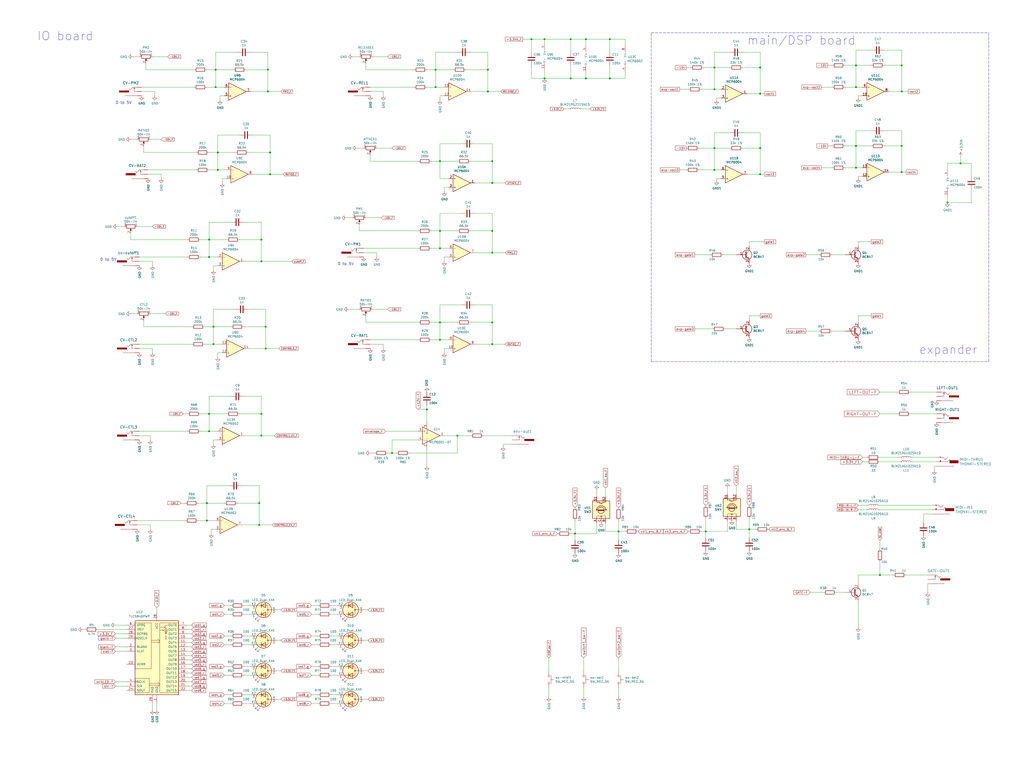
<source format=kicad_sch>
(kicad_sch (version 20211123) (generator eeschema)
  (paper "User" 597.103 450.037)
  (junction (at 317.5 22.86))
  (junction (at 284.48 40.64))
  (junction (at 256.54 93.98))
  (junction (at 287.02 187.96))
  (junction (at 332.74 22.86))
  (junction (at 335.28 311.15))
  (junction (at 360.68 309.88))
  (junction (at 120.65 303.53))
  (junction (at 256.54 134.62))
  (junction (at 121.92 251.46))
  (junction (at 525.78 85.09))
  (junction (at 416.56 39.37))
  (junction (at 228.6 264.16))
  (junction (at 266.7 254))
  (junction (at 552.45 118.11))
  (junction (at 120.65 293.37))
  (junction (at 124.46 190.5))
  (junction (at 560.07 95.25))
  (junction (at 121.92 139.7))
  (junction (at 154.94 190.5))
  (junction (at 443.23 39.37))
  (junction (at 152.4 152.4))
  (junction (at 443.23 101.6))
  (junction (at 125.73 40.64))
  (junction (at 256.54 187.96))
  (junction (at 499.11 85.09))
  (junction (at 157.48 88.9))
  (junction (at 309.88 22.86))
  (junction (at 254 50.8))
  (junction (at 256.54 198.12))
  (junction (at 154.94 203.2))
  (junction (at 499.11 97.79))
  (junction (at 152.4 241.3))
  (junction (at 416.56 52.07))
  (junction (at 287.02 93.98))
  (junction (at 121.92 241.3))
  (junction (at 284.48 53.34))
  (junction (at 127 88.9))
  (junction (at 499.11 38.1))
  (junction (at 152.4 254))
  (junction (at 436.88 308.61))
  (junction (at 127 99.06))
  (junction (at 525.78 38.1))
  (junction (at 341.63 45.72))
  (junction (at 124.46 200.66))
  (junction (at 121.92 149.86))
  (junction (at 156.21 40.64))
  (junction (at 254 40.64))
  (junction (at 287.02 147.32))
  (junction (at 499.11 50.8))
  (junction (at 156.21 53.34))
  (junction (at 525.78 53.34))
  (junction (at 157.48 101.6))
  (junction (at 151.13 306.07))
  (junction (at 287.02 200.66))
  (junction (at 355.6 45.72))
  (junction (at 125.73 50.8))
  (junction (at 151.13 293.37))
  (junction (at 525.78 100.33))
  (junction (at 513.08 335.28))
  (junction (at 332.74 45.72))
  (junction (at 411.48 309.88))
  (junction (at 317.5 45.72))
  (junction (at 256.54 144.78))
  (junction (at 341.63 22.86))
  (junction (at 248.92 238.76))
  (junction (at 287.02 106.68))
  (junction (at 416.56 99.06))
  (junction (at 152.4 139.7))
  (junction (at 355.6 22.86))
  (junction (at 443.23 54.61))
  (junction (at 443.23 86.36))
  (junction (at 416.56 86.36))
  (junction (at 287.02 134.62))
  (wire (pts (xy 287.02 93.98) (xy 287.02 106.68)))
  (wire (pts (xy 276.86 124.46) (xy 287.02 124.46)))
  (wire (pts (xy 203.2 180.34) (xy 209.55 180.34)))
  (wire (pts (xy 500.38 55.88) (xy 500.38 57.15)))
  (wire (pts (xy 80.01 303.53) (xy 107.95 303.53)))
  (wire (pts (xy 499.11 38.1) (xy 499.11 50.8)))
  (wire (pts (xy 87.63 254) (xy 87.63 256.54)))
  (wire (pts (xy 248.92 238.76) (xy 248.92 246.38)))
  (wire (pts (xy 500.38 184.15) (xy 500.38 187.96)))
  (wire (pts (xy 405.13 148.59) (xy 414.02 148.59)))
  (wire (pts (xy 355.6 45.72) (xy 341.63 45.72)))
  (wire (pts (xy 528.32 335.28) (xy 541.02 335.28)))
  (wire (pts (xy 284.48 53.34) (xy 274.32 53.34)))
  (wire (pts (xy 266.7 187.96) (xy 256.54 187.96)))
  (wire (pts (xy 120.65 50.8) (xy 125.73 50.8)))
  (wire (pts (xy 515.62 76.2) (xy 525.78 76.2)))
  (wire (pts (xy 541.02 340.36) (xy 541.02 345.44)))
  (wire (pts (xy 355.6 38.1) (xy 355.6 45.72)))
  (wire (pts (xy 513.08 294.64) (xy 543.56 294.64)))
  (wire (pts (xy 143.51 40.64) (xy 156.21 40.64)))
  (wire (pts (xy 478.79 97.79) (xy 485.14 97.79)))
  (wire (pts (xy 83.82 186.69) (xy 83.82 190.5)))
  (wire (pts (xy 193.04 393.7) (xy 196.85 393.7)))
  (wire (pts (xy 355.6 22.86) (xy 364.49 22.86)))
  (wire (pts (xy 142.24 358.14) (xy 146.05 358.14)))
  (wire (pts (xy 560.07 95.25) (xy 566.42 95.25)))
  (wire (pts (xy 156.21 53.34) (xy 146.05 53.34)))
  (wire (pts (xy 231.14 264.16) (xy 228.6 264.16)))
  (wire (pts (xy 411.48 309.88) (xy 411.48 302.26)))
  (wire (pts (xy 309.88 30.48) (xy 309.88 22.86)))
  (wire (pts (xy 499.11 76.2) (xy 499.11 85.09)))
  (wire (pts (xy 152.4 231.14) (xy 152.4 241.3)))
  (wire (pts (xy 513.08 335.28) (xy 500.38 335.28)))
  (wire (pts (xy 293.37 259.08) (xy 293.37 260.35)))
  (wire (pts (xy 67.31 369.57) (xy 73.66 369.57)))
  (wire (pts (xy 256.54 134.62) (xy 256.54 144.78)))
  (wire (pts (xy 67.31 377.19) (xy 73.66 377.19)))
  (wire (pts (xy 142.24 410.21) (xy 146.05 410.21)))
  (wire (pts (xy 124.46 154.94) (xy 124.46 157.48)))
  (wire (pts (xy 127 154.94) (xy 124.46 154.94)))
  (wire (pts (xy 530.86 241.3) (xy 546.1 241.3)))
  (wire (pts (xy 259.08 254) (xy 266.7 254)))
  (wire (pts (xy 193.04 405.13) (xy 196.85 405.13)))
  (wire (pts (xy 492.76 50.8) (xy 499.11 50.8)))
  (wire (pts (xy 87.63 182.88) (xy 96.52 182.88)))
  (wire (pts (xy 261.62 109.22) (xy 259.08 109.22)))
  (wire (pts (xy 552.45 114.3) (xy 552.45 118.11)))
  (wire (pts (xy 425.45 30.48) (xy 416.56 30.48)))
  (wire (pts (xy 335.28 311.15) (xy 335.28 303.53)))
  (wire (pts (xy 146.05 30.48) (xy 156.21 30.48)))
  (wire (pts (xy 266.7 30.48) (xy 254 30.48)))
  (wire (pts (xy 408.94 309.88) (xy 411.48 309.88)))
  (wire (pts (xy 142.24 388.62) (xy 146.05 388.62)))
  (wire (pts (xy 139.7 139.7) (xy 152.4 139.7)))
  (wire (pts (xy 181.61 353.06) (xy 185.42 353.06)))
  (wire (pts (xy 499.11 50.8) (xy 502.92 50.8)))
  (wire (pts (xy 67.31 372.11) (xy 73.66 372.11)))
  (wire (pts (xy 205.74 33.02) (xy 209.55 33.02)))
  (wire (pts (xy 353.06 309.88) (xy 360.68 309.88)))
  (wire (pts (xy 209.55 134.62) (xy 243.84 134.62)))
  (wire (pts (xy 209.55 130.81) (xy 209.55 134.62)))
  (wire (pts (xy 492.76 38.1) (xy 499.11 38.1)))
  (polyline (pts (xy 379.73 210.82) (xy 379.73 19.05)))
  (wire (pts (xy 341.63 22.86) (xy 355.6 22.86)))
  (wire (pts (xy 109.22 374.65) (xy 111.76 374.65)))
  (wire (pts (xy 499.11 38.1) (xy 508 38.1)))
  (wire (pts (xy 309.88 45.72) (xy 317.5 45.72)))
  (wire (pts (xy 515.62 85.09) (xy 525.78 85.09)))
  (wire (pts (xy 181.61 388.62) (xy 185.42 388.62)))
  (wire (pts (xy 157.48 88.9) (xy 157.48 101.6)))
  (wire (pts (xy 566.42 110.49) (xy 566.42 118.11)))
  (wire (pts (xy 125.73 308.61) (xy 123.19 308.61)))
  (wire (pts (xy 407.67 86.36) (xy 416.56 86.36)))
  (wire (pts (xy 492.76 97.79) (xy 499.11 97.79)))
  (wire (pts (xy 125.73 30.48) (xy 125.73 40.64)))
  (wire (pts (xy 48.26 367.03) (xy 49.53 367.03)))
  (wire (pts (xy 416.56 77.47) (xy 416.56 86.36)))
  (wire (pts (xy 81.28 149.86) (xy 109.22 149.86)))
  (wire (pts (xy 76.2 139.7) (xy 109.22 139.7)))
  (wire (pts (xy 127 99.06) (xy 132.08 99.06)))
  (wire (pts (xy 436.88 184.15) (xy 436.88 186.69)))
  (wire (pts (xy 85.09 36.83) (xy 85.09 40.64)))
  (wire (pts (xy 347.98 304.8) (xy 347.98 311.15)))
  (wire (pts (xy 109.22 389.89) (xy 111.76 389.89)))
  (wire (pts (xy 156.21 30.48) (xy 156.21 40.64)))
  (wire (pts (xy 566.42 118.11) (xy 552.45 118.11)))
  (wire (pts (xy 502.92 102.87) (xy 500.38 102.87)))
  (wire (pts (xy 499.11 97.79) (xy 502.92 97.79)))
  (wire (pts (xy 271.78 40.64) (xy 284.48 40.64)))
  (wire (pts (xy 287.02 134.62) (xy 287.02 147.32)))
  (wire (pts (xy 402.59 39.37) (xy 400.05 39.37)))
  (wire (pts (xy 215.9 198.12) (xy 243.84 198.12)))
  (wire (pts (xy 81.28 254) (xy 87.63 254)))
  (wire (pts (xy 259.08 149.86) (xy 259.08 152.4)))
  (wire (pts (xy 125.73 40.64) (xy 125.73 50.8)))
  (wire (pts (xy 127 88.9) (xy 127 99.06)))
  (wire (pts (xy 485.14 148.59) (xy 492.76 148.59)))
  (wire (pts (xy 500.38 140.97) (xy 500.38 143.51)))
  (wire (pts (xy 212.09 355.6) (xy 214.63 355.6)))
  (wire (pts (xy 505.46 266.7) (xy 502.92 266.7)))
  (wire (pts (xy 513.08 335.28) (xy 520.7 335.28)))
  (polyline (pts (xy 576.58 210.82) (xy 576.58 19.05)))
  (wire (pts (xy 128.27 55.88) (xy 128.27 58.42)))
  (wire (pts (xy 142.24 393.7) (xy 146.05 393.7)))
  (wire (pts (xy 215.9 53.34) (xy 223.52 53.34)))
  (wire (pts (xy 130.81 370.84) (xy 134.62 370.84)))
  (wire (pts (xy 223.52 200.66) (xy 223.52 203.2)))
  (wire (pts (xy 115.57 293.37) (xy 120.65 293.37)))
  (wire (pts (xy 355.6 22.86) (xy 355.6 30.48)))
  (wire (pts (xy 119.38 200.66) (xy 124.46 200.66)))
  (wire (pts (xy 538.48 299.72) (xy 538.48 304.8)))
  (wire (pts (xy 120.65 293.37) (xy 120.65 303.53)))
  (wire (pts (xy 109.22 397.51) (xy 111.76 397.51)))
  (wire (pts (xy 86.36 101.6) (xy 93.98 101.6)))
  (wire (pts (xy 396.24 99.06) (xy 400.05 99.06)))
  (wire (pts (xy 121.92 149.86) (xy 127 149.86)))
  (wire (pts (xy 407.67 99.06) (xy 416.56 99.06)))
  (wire (pts (xy 256.54 177.8) (xy 256.54 187.96)))
  (wire (pts (xy 83.82 190.5) (xy 111.76 190.5)))
  (wire (pts (xy 515.62 38.1) (xy 525.78 38.1)))
  (wire (pts (xy 317.5 45.72) (xy 332.74 45.72)))
  (wire (pts (xy 259.08 203.2) (xy 259.08 205.74)))
  (wire (pts (xy 144.78 180.34) (xy 154.94 180.34)))
  (wire (pts (xy 269.24 177.8) (xy 256.54 177.8)))
  (wire (pts (xy 181.61 393.7) (xy 185.42 393.7)))
  (wire (pts (xy 443.23 77.47) (xy 443.23 86.36)))
  (wire (pts (xy 181.61 358.14) (xy 185.42 358.14)))
  (wire (pts (xy 281.94 254) (xy 298.45 254)))
  (wire (pts (xy 156.21 40.64) (xy 156.21 53.34)))
  (wire (pts (xy 552.45 95.25) (xy 560.07 95.25)))
  (wire (pts (xy 525.78 100.33) (xy 518.16 100.33)))
  (wire (pts (xy 499.11 85.09) (xy 499.11 97.79)))
  (wire (pts (xy 193.04 358.14) (xy 196.85 358.14)))
  (wire (pts (xy 67.31 400.05) (xy 73.66 400.05)))
  (wire (pts (xy 124.46 180.34) (xy 124.46 190.5)))
  (wire (pts (xy 142.24 370.84) (xy 146.05 370.84)))
  (wire (pts (xy 243.84 256.54) (xy 228.6 256.54)))
  (wire (pts (xy 429.26 303.53) (xy 429.26 308.61)))
  (wire (pts (xy 416.56 86.36) (xy 425.45 86.36)))
  (wire (pts (xy 405.13 191.77) (xy 415.29 191.77)))
  (wire (pts (xy 130.81 55.88) (xy 128.27 55.88)))
  (wire (pts (xy 132.08 139.7) (xy 121.92 139.7)))
  (wire (pts (xy 80.01 182.88) (xy 76.2 182.88)))
  (wire (pts (xy 152.4 139.7) (xy 152.4 152.4)))
  (wire (pts (xy 284.48 53.34) (xy 292.1 53.34)))
  (wire (pts (xy 215.9 93.98) (xy 243.84 93.98)))
  (wire (pts (xy 57.15 367.03) (xy 73.66 367.03)))
  (wire (pts (xy 152.4 241.3) (xy 152.4 254)))
  (wire (pts (xy 91.44 410.21) (xy 91.44 414.02)))
  (wire (pts (xy 266.7 254) (xy 274.32 254)))
  (wire (pts (xy 443.23 54.61) (xy 445.77 54.61)))
  (wire (pts (xy 142.24 375.92) (xy 146.05 375.92)))
  (wire (pts (xy 433.07 30.48) (xy 443.23 30.48)))
  (wire (pts (xy 127 256.54) (xy 124.46 256.54)))
  (wire (pts (xy 120.65 303.53) (xy 125.73 303.53)))
  (wire (pts (xy 80.01 132.08) (xy 88.9 132.08)))
  (wire (pts (xy 443.23 54.61) (xy 435.61 54.61)))
  (wire (pts (xy 81.28 152.4) (xy 88.9 152.4)))
  (wire (pts (xy 523.24 228.6) (xy 513.08 228.6)))
  (wire (pts (xy 72.39 132.08) (xy 68.58 132.08)))
  (wire (pts (xy 83.82 85.09) (xy 83.82 88.9)))
  (wire (pts (xy 259.08 109.22) (xy 259.08 111.76)))
  (wire (pts (xy 532.13 266.7) (xy 546.1 266.7)))
  (wire (pts (xy 213.36 184.15) (xy 213.36 187.96)))
  (wire (pts (xy 251.46 198.12) (xy 256.54 198.12)))
  (wire (pts (xy 134.62 190.5) (xy 124.46 190.5)))
  (wire (pts (xy 161.29 391.16) (xy 163.83 391.16)))
  (wire (pts (xy 93.98 101.6) (xy 93.98 104.14)))
  (wire (pts (xy 105.41 293.37) (xy 107.95 293.37)))
  (wire (pts (xy 154.94 190.5) (xy 154.94 203.2)))
  (wire (pts (xy 408.94 52.07) (xy 416.56 52.07)))
  (wire (pts (xy 332.74 45.72) (xy 341.63 45.72)))
  (wire (pts (xy 274.32 187.96) (xy 287.02 187.96)))
  (wire (pts (xy 309.88 22.86) (xy 304.8 22.86)))
  (wire (pts (xy 109.22 402.59) (xy 111.76 402.59)))
  (wire (pts (xy 137.16 88.9) (xy 127 88.9)))
  (wire (pts (xy 217.17 33.02) (xy 226.06 33.02)))
  (wire (pts (xy 287.02 83.82) (xy 287.02 93.98)))
  (wire (pts (xy 513.08 266.7) (xy 524.51 266.7)))
  (wire (pts (xy 472.44 345.44) (xy 480.06 345.44)))
  (wire (pts (xy 505.46 294.64) (xy 500.38 294.64)))
  (wire (pts (xy 130.81 293.37) (xy 120.65 293.37)))
  (wire (pts (xy 546.1 271.78) (xy 544.83 271.78)))
  (wire (pts (xy 436.88 308.61) (xy 440.69 308.61)))
  (wire (pts (xy 82.55 50.8) (xy 113.03 50.8)))
  (wire (pts (xy 508 29.21) (xy 499.11 29.21)))
  (wire (pts (xy 513.08 327.66) (xy 513.08 335.28)))
  (wire (pts (xy 121.92 241.3) (xy 121.92 251.46)))
  (wire (pts (xy 410.21 39.37) (xy 416.56 39.37)))
  (wire (pts (xy 525.78 53.34) (xy 518.16 53.34)))
  (wire (pts (xy 469.9 193.04) (xy 477.52 193.04)))
  (wire (pts (xy 364.49 45.72) (xy 355.6 45.72)))
  (wire (pts (xy 213.36 127) (xy 222.25 127)))
  (wire (pts (xy 121.92 129.54) (xy 121.92 139.7)))
  (wire (pts (xy 543.56 299.72) (xy 538.48 299.72)))
  (wire (pts (xy 152.4 254) (xy 142.24 254)))
  (wire (pts (xy 544.83 271.78) (xy 544.83 274.32)))
  (wire (pts (xy 127 78.74) (xy 127 88.9)))
  (wire (pts (xy 499.11 29.21) (xy 499.11 38.1)))
  (wire (pts (xy 193.04 375.92) (xy 196.85 375.92)))
  (wire (pts (xy 228.6 264.16) (xy 226.06 264.16)))
  (wire (pts (xy 142.24 405.13) (xy 146.05 405.13)))
  (wire (pts (xy 123.19 308.61) (xy 123.19 311.15)))
  (wire (pts (xy 287.02 177.8) (xy 287.02 187.96)))
  (wire (pts (xy 443.23 39.37) (xy 443.23 54.61)))
  (wire (pts (xy 119.38 190.5) (xy 124.46 190.5)))
  (wire (pts (xy 254 30.48) (xy 254 40.64)))
  (wire (pts (xy 515.62 29.21) (xy 525.78 29.21)))
  (wire (pts (xy 482.6 85.09) (xy 485.14 85.09)))
  (wire (pts (xy 151.13 283.21) (xy 151.13 293.37)))
  (wire (pts (xy 340.36 401.32) (xy 340.36 406.4)))
  (wire (pts (xy 121.92 231.14) (xy 121.92 241.3)))
  (wire (pts (xy 347.98 311.15) (xy 335.28 311.15)))
  (wire (pts (xy 248.92 261.62) (xy 248.92 271.78)))
  (wire (pts (xy 151.13 306.07) (xy 140.97 306.07)))
  (wire (pts (xy 82.55 53.34) (xy 90.17 53.34)))
  (wire (pts (xy 508 140.97) (xy 500.38 140.97)))
  (wire (pts (xy 154.94 203.2) (xy 144.78 203.2)))
  (wire (pts (xy 502.92 55.88) (xy 500.38 55.88)))
  (wire (pts (xy 274.32 93.98) (xy 287.02 93.98)))
  (wire (pts (xy 193.04 410.21) (xy 196.85 410.21)))
  (wire (pts (xy 81.28 203.2) (xy 88.9 203.2)))
  (wire (pts (xy 129.54 104.14) (xy 129.54 106.68)))
  (wire (pts (xy 67.31 379.73) (xy 73.66 379.73)))
  (wire (pts (xy 142.24 353.06) (xy 146.05 353.06)))
  (wire (pts (xy 241.3 40.64) (xy 213.36 40.64)))
  (wire (pts (xy 287.02 147.32) (xy 294.64 147.32)))
  (wire (pts (xy 364.49 22.86) (xy 364.49 26.67)))
  (wire (pts (xy 259.08 55.88) (xy 256.54 55.88)))
  (wire (pts (xy 309.88 22.86) (xy 317.5 22.86)))
  (wire (pts (xy 87.63 306.07) (xy 87.63 308.61)))
  (wire (pts (xy 109.22 372.11) (xy 111.76 372.11)))
  (wire (pts (xy 340.36 383.54) (xy 340.36 391.16)))
  (wire (pts (xy 251.46 93.98) (xy 256.54 93.98)))
  (wire (pts (xy 433.07 77.47) (xy 443.23 77.47)))
  (wire (pts (xy 121.92 99.06) (xy 127 99.06)))
  (wire (pts (xy 88.9 33.02) (xy 97.79 33.02)))
  (wire (pts (xy 251.46 187.96) (xy 256.54 187.96)))
  (wire (pts (xy 433.07 39.37) (xy 443.23 39.37)))
  (wire (pts (xy 116.84 139.7) (xy 121.92 139.7)))
  (wire (pts (xy 154.94 203.2) (xy 162.56 203.2)))
  (wire (pts (xy 243.84 238.76) (xy 248.92 238.76)))
  (wire (pts (xy 525.78 38.1) (xy 525.78 53.34)))
  (wire (pts (xy 298.45 259.08) (xy 293.37 259.08)))
  (wire (pts (xy 500.38 350.52) (xy 500.38 365.76)))
  (wire (pts (xy 238.76 264.16) (xy 266.7 264.16)))
  (wire (pts (xy 500.38 335.28) (xy 500.38 340.36)))
  (wire (pts (xy 140.97 283.21) (xy 151.13 283.21)))
  (wire (pts (xy 90.17 53.34) (xy 90.17 55.88)))
  (wire (pts (xy 76.2 135.89) (xy 76.2 139.7)))
  (wire (pts (xy 193.04 388.62) (xy 196.85 388.62)))
  (polyline (pts (xy 379.73 19.05) (xy 576.58 19.05)))
  (wire (pts (xy 254 40.64) (xy 254 50.8)))
  (wire (pts (xy 443.23 184.15) (xy 436.88 184.15)))
  (wire (pts (xy 274.32 134.62) (xy 287.02 134.62)))
  (wire (pts (xy 81.28 251.46) (xy 109.22 251.46)))
  (wire (pts (xy 396.24 52.07) (xy 401.32 52.07)))
  (wire (pts (xy 317.5 25.4) (xy 317.5 22.86)))
  (wire (pts (xy 215.9 264.16) (xy 218.44 264.16)))
  (wire (pts (xy 137.16 180.34) (xy 124.46 180.34)))
  (wire (pts (xy 138.43 293.37) (xy 151.13 293.37)))
  (wire (pts (xy 181.61 370.84) (xy 185.42 370.84)))
  (polyline (pts (xy 379.73 210.82) (xy 576.58 210.82)))
  (wire (pts (xy 424.18 309.88) (xy 411.48 309.88)))
  (wire (pts (xy 91.44 354.33) (xy 91.44 356.87)))
  (wire (pts (xy 287.02 106.68) (xy 294.64 106.68)))
  (wire (pts (xy 287.02 200.66) (xy 276.86 200.66)))
  (wire (pts (xy 487.68 345.44) (xy 492.76 345.44)))
  (wire (pts (xy 530.86 228.6) (xy 546.1 228.6)))
  (wire (pts (xy 219.71 86.36) (xy 228.6 86.36)))
  (wire (pts (xy 436.88 308.61) (xy 436.88 313.69)))
  (wire (pts (xy 360.68 309.88) (xy 360.68 314.96)))
  (wire (pts (xy 116.84 241.3) (xy 121.92 241.3)))
  (wire (pts (xy 269.24 124.46) (xy 256.54 124.46)))
  (wire (pts (xy 443.23 30.48) (xy 443.23 39.37)))
  (wire (pts (xy 331.47 63.5) (xy 328.93 63.5)))
  (wire (pts (xy 157.48 78.74) (xy 157.48 88.9)))
  (wire (pts (xy 421.64 148.59) (xy 429.26 148.59)))
  (wire (pts (xy 154.94 180.34) (xy 154.94 190.5)))
  (wire (pts (xy 132.08 104.14) (xy 129.54 104.14)))
  (wire (pts (xy 152.4 152.4) (xy 142.24 152.4)))
  (wire (pts (xy 416.56 39.37) (xy 416.56 52.07)))
  (wire (pts (xy 152.4 129.54) (xy 152.4 139.7)))
  (wire (pts (xy 120.65 283.21) (xy 120.65 293.37)))
  (wire (pts (xy 274.32 30.48) (xy 284.48 30.48)))
  (wire (pts (xy 147.32 78.74) (xy 157.48 78.74)))
  (wire (pts (xy 353.06 304.8) (xy 353.06 309.88)))
  (wire (pts (xy 157.48 101.6) (xy 165.1 101.6)))
  (wire (pts (xy 420.37 57.15) (xy 417.83 57.15)))
  (wire (pts (xy 287.02 106.68) (xy 276.86 106.68)))
  (wire (pts (xy 106.68 241.3) (xy 109.22 241.3)))
  (wire (pts (xy 248.92 40.64) (xy 254 40.64)))
  (wire (pts (xy 364.49 41.91) (xy 364.49 45.72)))
  (wire (pts (xy 208.28 86.36) (xy 212.09 86.36)))
  (wire (pts (xy 269.24 83.82) (xy 256.54 83.82)))
  (wire (pts (xy 417.83 57.15) (xy 417.83 58.42)))
  (wire (pts (xy 287.02 147.32) (xy 276.86 147.32)))
  (wire (pts (xy 135.89 40.64) (xy 125.73 40.64)))
  (wire (pts (xy 127 205.74) (xy 127 208.28)))
  (wire (pts (xy 256.54 104.14) (xy 261.62 104.14)))
  (wire (pts (xy 433.07 86.36) (xy 443.23 86.36)))
  (wire (pts (xy 151.13 306.07) (xy 158.75 306.07)))
  (wire (pts (xy 170.18 152.4) (xy 152.4 152.4)))
  (wire (pts (xy 109.22 400.05) (xy 111.76 400.05)))
  (wire (pts (xy 513.08 269.24) (xy 524.51 269.24)))
  (wire (pts (xy 121.92 251.46) (xy 127 251.46)))
  (wire (pts (xy 129.54 205.74) (xy 127 205.74)))
  (wire (pts (xy 130.81 353.06) (xy 134.62 353.06)))
  (wire (pts (xy 317.5 22.86) (xy 332.74 22.86)))
  (wire (pts (xy 130.81 405.13) (xy 134.62 405.13)))
  (wire (pts (xy 88.9 152.4) (xy 88.9 154.94)))
  (wire (pts (xy 416.56 99.06) (xy 420.37 99.06)))
  (wire (pts (xy 86.36 99.06) (xy 114.3 99.06)))
  (wire (pts (xy 261.62 149.86) (xy 259.08 149.86)))
  (wire (pts (xy 130.81 358.14) (xy 134.62 358.14)))
  (wire (pts (xy 505.46 269.24) (xy 502.92 269.24)))
  (wire (pts (xy 276.86 83.82) (xy 287.02 83.82)))
  (wire (pts (xy 264.16 40.64) (xy 254 40.64)))
  (wire (pts (xy 212.09 407.67) (xy 214.63 407.67)))
  (wire (pts (xy 132.08 241.3) (xy 121.92 241.3)))
  (wire (pts (xy 485.14 193.04) (xy 492.76 193.04)))
  (wire (pts (xy 109.22 382.27) (xy 111.76 382.27)))
  (wire (pts (xy 151.13 293.37) (xy 151.13 306.07)))
  (wire (pts (xy 213.36 36.83) (xy 213.36 40.64)))
  (wire (pts (xy 339.09 63.5) (xy 344.17 63.5)))
  (wire (pts (xy 360.68 383.54) (xy 360.68 391.16)))
  (wire (pts (xy 88.9 410.21) (xy 88.9 414.02)))
  (wire (pts (xy 212.09 373.38) (xy 214.63 373.38)))
  (wire (pts (xy 224.79 251.46) (xy 243.84 251.46)))
  (wire (pts (xy 360.68 401.32) (xy 360.68 406.4)))
  (wire (pts (xy 525.78 76.2) (xy 525.78 85.09)))
  (wire (pts (xy 251.46 134.62) (xy 256.54 134.62)))
  (wire (pts (xy 109.22 384.81) (xy 111.76 384.81)))
  (wire (pts (xy 212.09 391.16) (xy 214.63 391.16)))
  (wire (pts (xy 134.62 231.14) (xy 121.92 231.14)))
  (wire (pts (xy 443.23 101.6) (xy 445.77 101.6)))
  (wire (pts (xy 223.52 53.34) (xy 223.52 55.88)))
  (wire (pts (xy 115.57 303.53) (xy 120.65 303.53)))
  (wire (pts (xy 436.88 140.97) (xy 436.88 143.51)))
  (wire (pts (xy 139.7 241.3) (xy 152.4 241.3)))
  (wire (pts (xy 256.54 83.82) (xy 256.54 93.98)))
  (wire (pts (xy 228.6 256.54) (xy 228.6 264.16)))
  (wire (pts (xy 193.04 370.84) (xy 196.85 370.84)))
  (wire (pts (xy 217.17 180.34) (xy 226.06 180.34)))
  (wire (pts (xy 109.22 379.73) (xy 111.76 379.73)))
  (wire (pts (xy 80.01 306.07) (xy 87.63 306.07)))
  (wire (pts (xy 215.9 200.66) (xy 223.52 200.66)))
  (wire (pts (xy 508 76.2) (xy 499.11 76.2)))
  (wire (pts (xy 420.37 104.14) (xy 417.83 104.14)))
  (wire (pts (xy 134.62 129.54) (xy 121.92 129.54)))
  (wire (pts (xy 109.22 367.03) (xy 111.76 367.03)))
  (wire (pts (xy 138.43 30.48) (xy 125.73 30.48)))
  (wire (pts (xy 85.09 40.64) (xy 113.03 40.64)))
  (wire (pts (xy 478.79 50.8) (xy 485.14 50.8)))
  (wire (pts (xy 443.23 86.36) (xy 443.23 101.6)))
  (wire (pts (xy 121.92 88.9) (xy 127 88.9)))
  (wire (pts (xy 248.92 236.22) (xy 248.92 238.76)))
  (wire (pts (xy 469.9 148.59) (xy 477.52 148.59)))
  (wire (pts (xy 416.56 39.37) (xy 425.45 39.37)))
  (wire (pts (xy 133.35 283.21) (xy 120.65 283.21)))
  (wire (pts (xy 360.68 303.53) (xy 360.68 309.88)))
  (wire (pts (xy 317.5 40.64) (xy 317.5 45.72)))
  (wire (pts (xy 287.02 124.46) (xy 287.02 134.62)))
  (wire (pts (xy 287.02 187.96) (xy 287.02 200.66)))
  (wire (pts (xy 130.81 375.92) (xy 134.62 375.92)))
  (wire (pts (xy 416.56 30.48) (xy 416.56 39.37)))
  (wire (pts (xy 332.74 311.15) (xy 335.28 311.15)))
  (wire (pts (xy 335.28 314.96) (xy 335.28 311.15)))
  (wire (pts (xy 320.04 401.32) (xy 320.04 406.4)))
  (wire (pts (xy 81.28 200.66) (xy 111.76 200.66)))
  (wire (pts (xy 130.81 393.7) (xy 134.62 393.7)))
  (wire (pts (xy 67.31 397.51) (xy 73.66 397.51)))
  (wire (pts (xy 80.01 81.28) (xy 76.2 81.28)))
  (wire (pts (xy 124.46 200.66) (xy 129.54 200.66)))
  (wire (pts (xy 124.46 190.5) (xy 124.46 200.66)))
  (wire (pts (xy 181.61 410.21) (xy 185.42 410.21)))
  (wire (pts (xy 525.78 29.21) (xy 525.78 38.1)))
  (wire (pts (xy 109.22 369.57) (xy 111.76 369.57)))
  (wire (pts (xy 332.74 30.48) (xy 332.74 22.86)))
  (wire (pts (xy 513.08 297.18) (xy 543.56 297.18)))
  (wire (pts (xy 251.46 144.78) (xy 256.54 144.78)))
  (wire (pts (xy 157.48 101.6) (xy 147.32 101.6)))
  (wire (pts (xy 508 184.15) (xy 500.38 184.15)))
  (wire (pts (xy 156.21 53.34) (xy 163.83 53.34)))
  (wire (pts (xy 77.47 33.02) (xy 81.28 33.02)))
  (wire (pts (xy 256.54 124.46) (xy 256.54 134.62)))
  (wire (pts (xy 284.48 40.64) (xy 284.48 53.34)))
  (wire (pts (xy 332.74 38.1) (xy 332.74 45.72)))
  (wire (pts (xy 256.54 93.98) (xy 256.54 104.14)))
  (wire (pts (xy 525.78 53.34) (xy 529.59 53.34)))
  (wire (pts (xy 181.61 375.92) (xy 185.42 375.92)))
  (wire (pts (xy 130.81 388.62) (xy 134.62 388.62)))
  (wire (pts (xy 109.22 394.97) (xy 111.76 394.97)))
  (wire (pts (xy 287.02 200.66) (xy 294.64 200.66)))
  (wire (pts (xy 347.98 285.75) (xy 347.98 289.56)))
  (wire (pts (xy 116.84 149.86) (xy 121.92 149.86)))
  (wire (pts (xy 213.36 187.96) (xy 243.84 187.96)))
  (wire (pts (xy 109.22 377.19) (xy 111.76 377.19)))
  (wire (pts (xy 525.78 100.33) (xy 528.32 100.33)))
  (wire (pts (xy 87.63 81.28) (xy 93.98 81.28)))
  (wire (pts (xy 201.93 127) (xy 205.74 127)))
  (wire (pts (xy 266.7 134.62) (xy 256.54 134.62)))
  (wire (pts (xy 422.91 191.77) (xy 429.26 191.77)))
  (wire (pts (xy 532.13 269.24) (xy 546.1 269.24)))
  (wire (pts (xy 144.78 88.9) (xy 157.48 88.9)))
  (wire (pts (xy 513.08 320.04) (xy 513.08 314.96)))
  (wire (pts (xy 124.46 256.54) (xy 124.46 259.08)))
  (wire (pts (xy 215.9 90.17) (xy 215.9 93.98)))
  (wire (pts (xy 341.63 26.67) (xy 341.63 22.86)))
  (wire (pts (xy 116.84 251.46) (xy 121.92 251.46)))
  (wire (pts (xy 266.7 264.16) (xy 266.7 254)))
  (wire (pts (xy 130.81 410.21) (xy 134.62 410.21)))
  (wire (pts (xy 212.09 147.32) (xy 219.71 147.32)))
  (wire (pts (xy 193.04 353.06) (xy 196.85 353.06)))
  (wire (pts (xy 142.24 231.14) (xy 152.4 231.14)))
  (wire (pts (xy 83.82 88.9) (xy 114.3 88.9)))
  (wire (pts (xy 416.56 86.36) (xy 416.56 99.06)))
  (wire (pts (xy 429.26 308.61) (xy 436.88 308.61)))
  (wire (pts (xy 212.09 144.78) (xy 243.84 144.78)))
  (wire (pts (xy 436.88 302.26) (xy 436.88 308.61)))
  (wire (pts (xy 248.92 50.8) (xy 254 50.8)))
  (wire (pts (xy 161.29 407.67) (xy 163.83 407.67)))
  (wire (pts (xy 109.22 387.35) (xy 111.76 387.35)))
  (wire (pts (xy 139.7 78.74) (xy 127 78.74)))
  (wire (pts (xy 109.22 392.43) (xy 111.76 392.43)))
  (wire (pts (xy 482.6 38.1) (xy 485.14 38.1)))
  (wire (pts (xy 309.88 38.1) (xy 309.88 45.72)))
  (wire (pts (xy 67.31 364.49) (xy 73.66 364.49)))
  (wire (pts (xy 256.54 55.88) (xy 256.54 58.42)))
  (wire (pts (xy 523.24 241.3) (xy 513.08 241.3)))
  (wire (pts (xy 443.23 101.6) (xy 435.61 101.6)))
  (wire (pts (xy 181.61 405.13) (xy 185.42 405.13)))
  (wire (pts (xy 215.9 50.8) (xy 241.3 50.8)))
  (wire (pts (xy 341.63 41.91) (xy 341.63 45.72)))
  (wire (pts (xy 256.54 187.96) (xy 256.54 198.12)))
  (wire (pts (xy 152.4 254) (xy 160.02 254)))
  (wire (pts (xy 566.42 95.25) (xy 566.42 102.87)))
  (wire (pts (xy 500.38 102.87) (xy 500.38 104.14)))
  (wire (pts (xy 161.29 355.6) (xy 163.83 355.6)))
  (wire (pts (xy 525.78 85.09) (xy 525.78 100.33)))
  (wire (pts (xy 125.73 50.8) (xy 130.81 50.8)))
  (wire (pts (xy 424.18 303.53) (xy 424.18 309.88)))
  (wire (pts (xy 219.71 147.32) (xy 219.71 149.86)))
  (wire (pts (xy 445.77 140.97) (xy 436.88 140.97)))
  (wire (pts (xy 121.92 139.7) (xy 121.92 149.86)))
  (wire (pts (xy 492.76 85.09) (xy 499.11 85.09)))
  (wire (pts (xy 429.26 283.21) (xy 429.26 288.29)))
  (wire (pts (xy 332.74 22.86) (xy 341.63 22.86)))
  (wire (pts (xy 505.46 297.18) (xy 500.38 297.18)))
  (wire (pts (xy 254 50.8) (xy 259.08 50.8)))
  (wire (pts (xy 499.11 85.09) (xy 508 85.09)))
  (wire (pts (xy 425.45 77.47) (xy 416.56 77.47)))
  (wire (pts (xy 142.24 190.5) (xy 154.94 190.5)))
  (wire (pts (xy 261.62 203.2) (xy 259.08 203.2)))
  (wire (pts (xy 266.7 93.98) (xy 256.54 93.98)))
  (wire (pts (xy 416.56 52.07) (xy 420.37 52.07)))
  (wire (pts (xy 142.24 129.54) (xy 152.4 129.54)))
  (wire (pts (xy 320.04 383.54) (xy 320.04 391.16)))
  (wire (pts (xy 256.54 144.78) (xy 261.62 144.78)))
  (wire (pts (xy 360.68 309.88) (xy 364.49 309.88)))
  (wire (pts (xy 424.18 284.48) (xy 424.18 288.29)))
  (wire (pts (xy 353.06 284.48) (xy 353.06 289.56)))
  (wire (pts (xy 88.9 203.2) (xy 88.9 205.74)))
  (wire (pts (xy 417.83 104.14) (xy 417.83 105.41)))
  (wire (pts (xy 161.29 373.38) (xy 163.83 373.38)))
  (wire (pts (xy 109.22 364.49) (xy 111.76 364.49)))
  (wire (pts (xy 411.48 313.69) (xy 411.48 309.88)))
  (wire (pts (xy 256.54 198.12) (xy 261.62 198.12)))
  (wire (pts (xy 552.45 95.25) (xy 552.45 99.06)))
  (wire (pts (xy 120.65 40.64) (xy 125.73 40.64)))
  (wire (pts (xy 284.48 30.48) (xy 284.48 40.64)))
  (wire (pts (xy 560.07 91.44) (xy 560.07 95.25)))
  (wire (pts (xy 276.86 177.8) (xy 287.02 177.8)))
  (text "0 to 5V" (at 67.31 60.96 0) (effects (font (size 1.6256 1.6256)) (justify left bottom)))
  (text "0 to 5V" (at 196.85 154.94 0) (effects (font (size 1.6256 1.6256)) (justify left bottom)))
  (text "main/DSP board" (at 435.61 26.67 0) (effects (font (size 5.0038 5.0038)) (justify left bottom)))
  (text "IO board" (at 21.59 24.13 0) (effects (font (size 5.0038 5.0038)) (justify left bottom)))
  (text "expander" (at 535.94 207.01 0) (effects (font (size 5.0038 5.0038)) (justify left bottom)))
  (text "0 to 5V" (at 58.42 152.4 0) (effects (font (size 1.6256 1.6256)) (justify left bottom)))
  (global_label "led8_g" (shape input) (at 111.76 400.05 0) (property "Intersheet References" "${INTERSHEET_REFS}" (effects hide)))
  (global_label "led1_r" (shape input) (at 111.76 367.03 0) (property "Intersheet References" "${INTERSHEET_REFS}" (effects hide)))
  (global_label "led3_r" (shape input) (at 130.81 393.7 180) (property "Intersheet References" "${INTERSHEET_REFS}" (effects hide)))
  (global_label "-10V_F" (shape input) (at 106.68 241.3 180) (effects (font (size 1.016 1.016))) (property "Intersheet References" "${INTERSHEET_REFS}" (effects hide)))
  (global_label "voct3" (shape passive) (at 445.77 101.6 0) (property "Intersheet References" "${INTERSHEET_REFS}" (effects hide)))
  (global_label "+3.3V_F1" (shape input) (at 502.92 269.24 180) (effects (font (size 1.4224 1.4224))) (property "Intersheet References" "${INTERSHEET_REFS}" (effects hide)))
  (global_label "led4_g" (shape input) (at 111.76 379.73 0) (property "Intersheet References" "${INTERSHEET_REFS}" (effects hide)))
  (global_label "voct2" (shape passive) (at 529.59 53.34 0) (property "Intersheet References" "${INTERSHEET_REFS}" (effects hide)))
  (global_label "led7_r" (shape input) (at 111.76 397.51 0) (property "Intersheet References" "${INTERSHEET_REFS}" (effects hide)))
  (global_label "+3.3V_F" (shape input) (at 328.93 63.5 180) (effects (font (size 1.016 1.016))) (property "Intersheet References" "${INTERSHEET_REFS}" (effects hide)))
  (global_label "voct1" (shape passive) (at 445.77 54.61 0) (property "Intersheet References" "${INTERSHEET_REFS}" (effects hide)))
  (global_label "ctl2_enc_A_F" (shape input) (at 401.32 309.88 180) (property "Intersheet References" "${INTERSHEET_REFS}" (effects hide)))
  (global_label "led5_g" (shape input) (at 111.76 384.81 0) (property "Intersheet References" "${INTERSHEET_REFS}" (effects hide)))
  (global_label "led7_g" (shape input) (at 181.61 388.62 180) (property "Intersheet References" "${INTERSHEET_REFS}" (effects hide)))
  (global_label "5V_USB" (shape input) (at 513.08 314.96 90) (effects (font (size 1.016 1.016))) (property "Intersheet References" "${INTERSHEET_REFS}" (effects hide)))
  (global_label "led8_r" (shape input) (at 111.76 402.59 0) (property "Intersheet References" "${INTERSHEET_REFS}" (effects hide)))
  (global_label "led7_r" (shape input) (at 181.61 393.7 180) (property "Intersheet References" "${INTERSHEET_REFS}" (effects hide)))
  (global_label "+3.3VA_F" (shape passive) (at 304.8 22.86 180) (property "Intersheet References" "${INTERSHEET_REFS}" (effects hide)))
  (global_label "exp-voct2" (shape passive) (at 478.79 50.8 180) (property "Intersheet References" "${INTERSHEET_REFS}" (effects hide)))
  (global_label "led3_r" (shape input) (at 111.76 377.19 0) (property "Intersheet References" "${INTERSHEET_REFS}" (effects hide)))
  (global_label "+3.3V_F" (shape input) (at 91.44 354.33 90) (property "Intersheet References" "${INTERSHEET_REFS}" (effects hide)))
  (global_label "switch2_sw-F" (shape input) (at 360.68 383.54 90) (effects (font (size 1.4224 1.4224))) (property "Intersheet References" "${INTERSHEET_REFS}" (effects hide)))
  (global_label "led1_r" (shape input) (at 130.81 358.14 180) (property "Intersheet References" "${INTERSHEET_REFS}" (effects hide)))
  (global_label "-10V_F" (shape input) (at 105.41 293.37 180) (effects (font (size 1.016 1.016))) (property "Intersheet References" "${INTERSHEET_REFS}" (effects hide)))
  (global_label "-10V_F" (shape input) (at 88.9 132.08 0) (effects (font (size 1.016 1.016))) (property "Intersheet References" "${INTERSHEET_REFS}" (effects hide)))
  (global_label "led4_r" (shape input) (at 111.76 382.27 0) (property "Intersheet References" "${INTERSHEET_REFS}" (effects hide)))
  (global_label "+3.3V_F1" (shape input) (at 163.83 391.16 0) (effects (font (size 1.016 1.016))) (property "Intersheet References" "${INTERSHEET_REFS}" (effects hide)))
  (global_label "-10V_F" (shape input) (at 228.6 86.36 0) (effects (font (size 1.016 1.016))) (property "Intersheet References" "${INTERSHEET_REFS}" (effects hide)))
  (global_label "+3.3V_F1" (shape input) (at 335.28 295.91 90) (property "Intersheet References" "${INTERSHEET_REFS}" (effects hide)))
  (global_label "led8_g" (shape input) (at 181.61 405.13 180) (property "Intersheet References" "${INTERSHEET_REFS}" (effects hide)))
  (global_label "led3_g" (shape input) (at 111.76 374.65 0) (property "Intersheet References" "${INTERSHEET_REFS}" (effects hide)))
  (global_label "-10V_F" (shape input) (at 222.25 127 0) (effects (font (size 1.016 1.016))) (property "Intersheet References" "${INTERSHEET_REFS}" (effects hide)))
  (global_label "ctl1_sw_F" (shape input) (at 353.06 284.48 90) (property "Intersheet References" "${INTERSHEET_REFS}" (effects hide)))
  (global_label "ctl1_enc_B_F" (shape input) (at 372.11 309.88 0) (property "Intersheet References" "${INTERSHEET_REFS}" (effects hide)))
  (global_label "sclkLED-f" (shape input) (at 67.31 397.51 180) (property "Intersheet References" "${INTERSHEET_REFS}" (effects hide)))
  (global_label "PM2_F" (shape input) (at 163.83 53.34 0) (effects (font (size 1.016 1.016))) (property "Intersheet References" "${INTERSHEET_REFS}" (effects hide)))
  (global_label "sin-f" (shape input) (at 67.31 400.05 180) (property "Intersheet References" "${INTERSHEET_REFS}" (effects hide)))
  (global_label "LEFT-OUT-F" (shape input) (at 513.08 228.6 180) (effects (font (size 1.6764 1.6764))) (property "Intersheet References" "${INTERSHEET_REFS}" (effects hide)))
  (global_label "+3.3V_F1" (shape input) (at 163.83 373.38 0) (effects (font (size 1.016 1.016))) (property "Intersheet References" "${INTERSHEET_REFS}" (effects hide)))
  (global_label "envelope_F" (shape input) (at 224.79 251.46 180) (property "Intersheet References" "${INTERSHEET_REFS}" (effects hide)))
  (global_label "-10V" (shape passive) (at 482.6 38.1 180) (property "Intersheet References" "${INTERSHEET_REFS}" (effects hide)))
  (global_label "+3.3V_F" (shape input) (at 67.31 369.57 180) (property "Intersheet References" "${INTERSHEET_REFS}" (effects hide)))
  (global_label "exp-gate1" (shape passive) (at 405.13 148.59 180) (property "Intersheet References" "${INTERSHEET_REFS}" (effects hide)))
  (global_label "exp-gate2" (shape passive) (at 469.9 148.59 180) (property "Intersheet References" "${INTERSHEET_REFS}" (effects hide)))
  (global_label "CONTROL2_CV_F" (shape input) (at 158.75 306.07 0) (effects (font (size 1.016 1.016))) (property "Intersheet References" "${INTERSHEET_REFS}" (effects hide)))
  (global_label "cutoff_f" (shape input) (at 170.18 152.4 0) (effects (font (size 1.016 1.016))) (property "Intersheet References" "${INTERSHEET_REFS}" (effects hide)))
  (global_label "exp-voct3" (shape passive) (at 396.24 99.06 180) (property "Intersheet References" "${INTERSHEET_REFS}" (effects hide)))
  (global_label "MIDI-THRU-L-F" (shape input) (at 502.92 266.7 180) (effects (font (size 1.4224 1.4224))) (property "Intersheet References" "${INTERSHEET_REFS}" (effects hide)))
  (global_label "gate2" (shape passive) (at 508 140.97 0) (property "Intersheet References" "${INTERSHEET_REFS}" (effects hide)))
  (global_label "CONTROL1_CV_F" (shape input) (at 160.02 254 0) (effects (font (size 1.016 1.016))) (property "Intersheet References" "${INTERSHEET_REFS}" (effects hide)))
  (global_label "+3.3V_F1" (shape input) (at 214.63 373.38 0) (effects (font (size 1.016 1.016))) (property "Intersheet References" "${INTERSHEET_REFS}" (effects hide)))
  (global_label "PM1_F" (shape input) (at 294.64 147.32 0) (effects (font (size 1.016 1.016))) (property "Intersheet References" "${INTERSHEET_REFS}" (effects hide)))
  (global_label "led2_g" (shape input) (at 130.81 370.84 180) (property "Intersheet References" "${INTERSHEET_REFS}" (effects hide)))
  (global_label "led4_r" (shape input) (at 130.81 410.21 180) (property "Intersheet References" "${INTERSHEET_REFS}" (effects hide)))
  (global_label "led6_r" (shape input) (at 111.76 392.43 0) (property "Intersheet References" "${INTERSHEET_REFS}" (effects hide)))
  (global_label "gate4" (shape passive) (at 508 184.15 0) (property "Intersheet References" "${INTERSHEET_REFS}" (effects hide)))
  (global_label "exp-voct1" (shape passive) (at 396.24 52.07 180) (property "Intersheet References" "${INTERSHEET_REFS}" (effects hide)))
  (global_label "led5_r" (shape input) (at 111.76 387.35 0) (property "Intersheet References" "${INTERSHEET_REFS}" (effects hide)))
  (global_label "+3.3V_F1" (shape input) (at 214.63 407.67 0) (effects (font (size 1.016 1.016))) (property "Intersheet References" "${INTERSHEET_REFS}" (effects hide)))
  (global_label "switch1_sw-F" (shape input) (at 340.36 383.54 90) (effects (font (size 1.4224 1.4224))) (property "Intersheet References" "${INTERSHEET_REFS}" (effects hide)))
  (global_label "RATIO1_F" (shape input) (at 294.64 200.66 0) (effects (font (size 1.016 1.016))) (property "Intersheet References" "${INTERSHEET_REFS}" (effects hide)))
  (global_label "-10V" (shape passive) (at 400.05 39.37 180) (property "Intersheet References" "${INTERSHEET_REFS}" (effects hide)))
  (global_label "RIGHT-OUT-F" (shape input) (at 513.08 241.3 180) (effects (font (size 1.6764 1.6764))) (property "Intersheet References" "${INTERSHEET_REFS}" (effects hide)))
  (global_label "RATIO2_F" (shape input) (at 165.1 101.6 0) (effects (font (size 1.016 1.016))) (property "Intersheet References" "${INTERSHEET_REFS}" (effects hide)))
  (global_label "ctl2_enc_B_F" (shape input) (at 448.31 308.61 0) (property "Intersheet References" "${INTERSHEET_REFS}" (effects hide)))
  (global_label "-10V" (shape passive) (at 482.6 85.09 180) (property "Intersheet References" "${INTERSHEET_REFS}" (effects hide)))
  (global_label "led5_r" (shape input) (at 181.61 358.14 180) (property "Intersheet References" "${INTERSHEET_REFS}" (effects hide)))
  (global_label "ctl2_sw_F" (shape input) (at 429.26 283.21 90) (property "Intersheet References" "${INTERSHEET_REFS}" (effects hide)))
  (global_label "CONTROL3_F" (shape input) (at 162.56 203.2 0) (effects (font (size 1.016 1.016))) (property "Intersheet References" "${INTERSHEET_REFS}" (effects hide)))
  (global_label "exp-voct4" (shape passive) (at 478.79 97.79 180) (property "Intersheet References" "${INTERSHEET_REFS}" (effects hide)))
  (global_label "+3.3V_F1" (shape input) (at 163.83 355.6 0) (effects (font (size 1.016 1.016))) (property "Intersheet References" "${INTERSHEET_REFS}" (effects hide)))
  (global_label "led6_g" (shape input) (at 181.61 370.84 180) (property "Intersheet References" "${INTERSHEET_REFS}" (effects hide)))
  (global_label "xlat-f" (shape input) (at 67.31 379.73 180) (property "Intersheet References" "${INTERSHEET_REFS}" (effects hide)))
  (global_label "led4_g" (shape input) (at 130.81 405.13 180) (property "Intersheet References" "${INTERSHEET_REFS}" (effects hide)))
  (global_label "led5_g" (shape input) (at 181.61 353.06 180) (property "Intersheet References" "${INTERSHEET_REFS}" (effects hide)))
  (global_label "led7_g" (shape input) (at 111.76 394.97 0) (property "Intersheet References" "${INTERSHEET_REFS}" (effects hide)))
  (global_label "-10V_F" (shape input) (at 96.52 182.88 0) (effects (font (size 1.016 1.016))) (property "Intersheet References" "${INTERSHEET_REFS}" (effects hide)))
  (global_label "led6_r" (shape input) (at 181.61 375.92 180) (property "Intersheet References" "${INTERSHEET_REFS}" (effects hide)))
  (global_label "led2_r" (shape input) (at 130.81 375.92 180) (property "Intersheet References" "${INTERSHEET_REFS}" (effects hide)))
  (global_label "RELEASE_F" (shape input) (at 292.1 53.34 0) (effects (font (size 1.016 1.016))) (property "Intersheet References" "${INTERSHEET_REFS}" (effects hide)))
  (global_label "gate1" (shape passive) (at 445.77 140.97 0) (property "Intersheet References" "${INTERSHEET_REFS}" (effects hide)))
  (global_label "+3.3V_F1" (shape input) (at 360.68 295.91 90) (property "Intersheet References" "${INTERSHEET_REFS}" (effects hide)))
  (global_label "+3.3V_F1" (shape input) (at 436.88 294.64 90) (property "Intersheet References" "${INTERSHEET_REFS}" (effects hide)))
  (global_label "+3.3V_F1" (shape input) (at 214.63 355.6 0) (effects (font (size 1.016 1.016))) (property "Intersheet References" "${INTERSHEET_REFS}" (effects hide)))
  (global_label "GATE-F" (shape input) (at 472.44 345.44 180) (property "Intersheet References" "${INTERSHEET_REFS}" (effects hide)))
  (global_label "midi_sw-F" (shape input) (at 320.04 383.54 90) (effects (font (size 1.016 1.016))) (property "Intersheet References" "${INTERSHEET_REFS}" (effects hide)))
  (global_label "MIDI-IN-R-F" (shape input) (at 500.38 297.18 180) (effects (font (size 1.016 1.016))) (property "Intersheet References" "${INTERSHEET_REFS}" (effects hide)))
  (global_label "led1_g" (shape input) (at 111.76 364.49 0) (property "Intersheet References" "${INTERSHEET_REFS}" (effects hide)))
  (global_label "-10V_F" (shape input) (at 97.79 33.02 0) (effects (font (size 1.016 1.016))) (property "Intersheet References" "${INTERSHEET_REFS}" (effects hide)))
  (global_label "led2_g" (shape input) (at 111.76 369.57 0) (property "Intersheet References" "${INTERSHEET_REFS}" (effects hide)))
  (global_label "+3.3V_F1" (shape input) (at 163.83 407.67 0) (effects (font (size 1.016 1.016))) (property "Intersheet References" "${INTERSHEET_REFS}" (effects hide)))
  (global_label "-10V" (shape passive) (at 400.05 86.36 180) (property "Intersheet References" "${INTERSHEET_REFS}" (effects hide)))
  (global_label "gsclk-f" (shape input) (at 67.31 372.11 180) (property "Intersheet References" "${INTERSHEET_REFS}" (effects hide)))
  (global_label "exp-gate4" (shape passive) (at 469.9 193.04 180) (property "Intersheet References" "${INTERSHEET_REFS}" (effects hide)))
  (global_label "+3.3V_F1" (shape input) (at 411.48 294.64 90) (property "Intersheet References" "${INTERSHEET_REFS}" (effects hide)))
  (global_label "+3.3V_F1" (shape input) (at 214.63 391.16 0) (effects (font (size 1.016 1.016))) (property "Intersheet References" "${INTERSHEET_REFS}" (effects hide)))
  (global_label "led2_r" (shape input) (at 111.76 372.11 0) (property "Intersheet References" "${INTERSHEET_REFS}" (effects hide)))
  (global_label "blank-f" (shape input) (at 67.31 377.19 180) (property "Intersheet References" "${INTERSHEET_REFS}" (effects hide)))
  (global_label "gate3" (shape passive) (at 443.23 184.15 0) (property "Intersheet References" "${INTERSHEET_REFS}" (effects hide)))
  (global_label "-10V_F" (shape input) (at 93.98 81.28 0) (effects (font (size 1.016 1.016))) (property "Intersheet References" "${INTERSHEET_REFS}" (effects hide)))
  (global_label "-10V_F" (shape input) (at 226.06 180.34 0) (effects (font (size 1.016 1.016))) (property "Intersheet References" "${INTERSHEET_REFS}" (effects hide)))
  (global_label "-10V_F" (shape input) (at 226.06 33.02 0) (effects (font (size 1.016 1.016))) (property "Intersheet References" "${INTERSHEET_REFS}" (effects hide)))
  (global_label "led6_g" (shape input) (at 111.76 389.89 0) (property "Intersheet References" "${INTERSHEET_REFS}" (effects hide)))
  (global_label "exp-gate3" (shape passive) (at 405.13 191.77 180) (property "Intersheet References" "${INTERSHEET_REFS}" (effects hide)))
  (global_label "ctl1_enc_A_F" (shape input) (at 325.12 311.15 180) (property "Intersheet References" "${INTERSHEET_REFS}" (effects hide)))
  (global_label "led8_r" (shape input) (at 181.61 410.21 180) (property "Intersheet References" "${INTERSHEET_REFS}" (effects hide)))
  (global_label "+12V-F" (shape input) (at 243.84 238.76 90) (property "Intersheet References" "${INTERSHEET_REFS}" (effects hide)))
  (global_label "led1_g" (shape input) (at 130.81 353.06 180) (property "Intersheet References" "${INTERSHEET_REFS}" (effects hide)))
  (global_label "voct4" (shape passive) (at 528.32 100.33 0) (property "Intersheet References" "${INTERSHEET_REFS}" (effects hide)))
  (global_label "MIDI-IN-L-F" (shape input) (at 500.38 294.64 180) (effects (font (size 1.016 1.016))) (property "Intersheet References" "${INTERSHEET_REFS}" (effects hide)))
  (global_label "+3.3V_F1" (shape input) (at 344.17 63.5 0) (effects (font (size 1.016 1.016))) (property "Intersheet References" "${INTERSHEET_REFS}" (effects hide)))
  (global_label "led3_g" (shape input) (at 130.81 388.62 180) (property "Intersheet References" "${INTERSHEET_REFS}" (effects hide)))
  (global_label "ATTACK_F" (shape input) (at 294.64 106.68 0) (effects (font (size 1.016 1.016))) (property "Intersheet References" "${INTERSHEET_REFS}" (effects hide)))
  (symbol (lib_id "power:+3.3VA") (at 560.07 91.44 0) (unit 1)
    (property "Reference" "#PWR0103" (effects hide))
    (property "Value" "+3.3VA" (at 560.451 88.2142 90) (effects (justify left)))
  )
  (symbol (lib_id "Device:C") (at 309.88 34.29 180) (unit 1)
    (property "Reference" "C36" (at 311.15 31.75 0) (effects (justify right)))
    (property "Value" "100n" (at 311.15 36.83 0) (effects (justify right)))
    (property "Footprint" "Capacitor_SMD:C_0805_2012Metric" (effects hide))
  )
  (symbol (lib_id "Device:C") (at 332.74 34.29 180) (unit 1)
    (property "Reference" "C37" (at 334.01 31.75 0) (effects (justify right)))
    (property "Value" "100n" (at 334.01 36.83 0) (effects (justify right)))
    (property "Footprint" "Capacitor_SMD:C_0805_2012Metric" (effects hide))
  )
  (symbol (lib_id "Device:C") (at 566.42 106.68 180) (unit 1)
    (property "Reference" "C49" (at 567.69 104.14 0) (effects (justify right)))
    (property "Value" "100n" (at 567.69 109.22 0) (effects (justify right)))
    (property "Footprint" "Capacitor_SMD:C_0805_2012Metric" (effects hide))
  )
  (symbol (lib_id "Device:L") (at 335.28 63.5 90) (unit 1)
    (property "Reference" "L7" (at 335.28 58.674 90))
    (property "Value" "BLM21PG221SN1D" (at 335.28 60.9854 90))
    (property "Footprint" "Inductor_SMD:L_0805_2012Metric" (effects hide))
  )
  (symbol (lib_id "Device:R") (at 429.26 86.36 270) (unit 1)
    (property "Reference" "R49" (at 429.26 81.1022 90))
    (property "Value" "33k 1%" (at 429.26 83.4136 90))
    (property "Footprint" "Resistor_SMD:R_0805_2012Metric" (effects hide))
  )
  (symbol (lib_id "Device:C") (at 429.26 77.47 270) (unit 1)
    (property "Reference" "C45" (at 429.26 71.0692 90))
    (property "Value" "1n" (at 429.26 73.3806 90))
    (property "Footprint" "Capacitor_SMD:C_0805_2012Metric" (effects hide))
  )
  (symbol (lib_id "Device:R") (at 403.86 99.06 270) (unit 1)
    (property "Reference" "R43" (at 403.86 93.8022 90))
    (property "Value" "100k 1%" (at 403.86 96.1136 90))
    (property "Footprint" "Resistor_SMD:R_0805_2012Metric" (effects hide))
  )
  (symbol (lib_id "power:GND") (at 544.83 274.32 0) (unit 1)
    (property "Reference" "#PWR095" (effects hide))
    (property "Value" "GND" (at 544.957 277.5712 90) (effects (justify right)))
  )
  (symbol (lib_id "power:GND1") (at 417.83 58.42 0) (unit 1)
    (property "Reference" "#PWR089" (effects hide))
    (property "Value" "GND1" (at 417.957 62.8142 0))
  )
  (symbol (lib_id "Device:R") (at 429.26 39.37 270) (unit 1)
    (property "Reference" "R48" (at 429.26 34.1122 90))
    (property "Value" "33k 1%" (at 429.26 36.4236 90))
    (property "Footprint" "Resistor_SMD:R_0805_2012Metric" (effects hide))
  )
  (symbol (lib_id "Device:C") (at 429.26 30.48 270) (unit 1)
    (property "Reference" "C44" (at 429.26 24.0792 90))
    (property "Value" "1n" (at 429.26 26.3906 90))
    (property "Footprint" "Capacitor_SMD:C_0805_2012Metric" (effects hide))
  )
  (symbol (lib_id "power:GND1") (at 500.38 57.15 0) (unit 1)
    (property "Reference" "#PWR098" (effects hide))
    (property "Value" "GND1" (at 500.507 61.5442 0))
  )
  (symbol (lib_id "Device:R") (at 511.81 38.1 270) (unit 1)
    (property "Reference" "R62" (at 511.81 32.8422 90))
    (property "Value" "33k 1%" (at 511.81 35.1536 90))
    (property "Footprint" "Resistor_SMD:R_0805_2012Metric" (effects hide))
  )
  (symbol (lib_id "Device:C") (at 511.81 29.21 270) (unit 1)
    (property "Reference" "C47" (at 511.81 22.8092 90))
    (property "Value" "1n" (at 511.81 25.1206 90))
    (property "Footprint" "Capacitor_SMD:C_0805_2012Metric" (effects hide))
  )
  (symbol (lib_id "power:GND1") (at 500.38 104.14 0) (unit 1)
    (property "Reference" "#PWR099" (effects hide))
    (property "Value" "GND1" (at 500.507 108.5342 0))
  )
  (symbol (lib_id "Device:R") (at 511.81 85.09 270) (unit 1)
    (property "Reference" "R63" (at 511.81 79.8322 90))
    (property "Value" "33k 1%" (at 511.81 82.1436 90))
    (property "Footprint" "Resistor_SMD:R_0805_2012Metric" (effects hide))
  )
  (symbol (lib_id "Device:C") (at 511.81 76.2 270) (unit 1)
    (property "Reference" "C48" (at 511.81 69.7992 90))
    (property "Value" "1n" (at 511.81 72.1106 90))
    (property "Footprint" "Capacitor_SMD:C_0805_2012Metric" (effects hide))
  )
  (symbol (lib_id "Device:R") (at 247.65 187.96 270) (unit 1)
    (property "Reference" "R28" (at 247.65 182.7022 90))
    (property "Value" "200k" (at 247.65 185.0136 90))
    (property "Footprint" "Resistor_SMD:R_0805_2012Metric" (effects hide))
  )
  (symbol (lib_id "Device:C") (at 273.05 177.8 270) (unit 1)
    (property "Reference" "C42" (at 273.05 171.3992 90))
    (property "Value" "1n" (at 273.05 173.7106 90))
    (property "Footprint" "Capacitor_SMD:C_0805_2012Metric" (effects hide))
  )
  (symbol (lib_id "Device:R") (at 247.65 198.12 270) (unit 1)
    (property "Reference" "R29" (at 247.65 192.8622 90))
    (property "Value" "100k" (at 247.65 195.1736 90))
    (property "Footprint" "Resistor_SMD:R_0805_2012Metric" (effects hide))
  )
  (symbol (lib_id "Device:R") (at 270.51 187.96 270) (unit 1)
    (property "Reference" "R34" (at 270.51 182.7022 90))
    (property "Value" "66.5k" (at 270.51 185.0136 90))
    (property "Footprint" "Resistor_SMD:R_0805_2012Metric" (effects hide))
  )
  (symbol (lib_id "Amplifier_Operational:MCP6004") (at 427.99 54.61 0) (mirror x) (unit 1)
    (property "Reference" "U11" (at 427.99 45.2882 0))
    (property "Value" "MCP6004" (at 427.99 47.5996 0))
    (property "Footprint" "Package_SO:SOIC-14_3.9x8.7mm_P1.27mm" (effects hide))
    (property "Datasheet" "http://ww1.microchip.com/downloads/en/DeviceDoc/21733j.pdf" (effects hide))
  )
  (symbol (lib_id "Amplifier_Operational:MCP6004") (at 427.99 101.6 0) (mirror x) (unit 2)
    (property "Reference" "U11" (at 427.99 92.2782 0))
    (property "Value" "MCP6004" (at 427.99 94.5896 0))
    (property "Footprint" "Package_SO:SOIC-14_3.9x8.7mm_P1.27mm" (effects hide))
    (property "Datasheet" "http://ww1.microchip.com/downloads/en/DeviceDoc/21733j.pdf" (effects hide))
  )
  (symbol (lib_id "Amplifier_Operational:MCP6004") (at 510.54 53.34 0) (mirror x) (unit 3)
    (property "Reference" "U11" (at 510.54 44.0182 0))
    (property "Value" "MCP6004" (at 510.54 46.3296 0))
    (property "Footprint" "Package_SO:SOIC-14_3.9x8.7mm_P1.27mm" (effects hide))
    (property "Datasheet" "http://ww1.microchip.com/downloads/en/DeviceDoc/21733j.pdf" (effects hide))
  )
  (symbol (lib_id "Amplifier_Operational:MCP6004") (at 510.54 100.33 0) (mirror x) (unit 4)
    (property "Reference" "U11" (at 510.54 91.0082 0))
    (property "Value" "MCP6004" (at 510.54 93.3196 0))
    (property "Footprint" "Package_SO:SOIC-14_3.9x8.7mm_P1.27mm" (effects hide))
    (property "Datasheet" "http://ww1.microchip.com/downloads/en/DeviceDoc/21733j.pdf" (effects hide))
  )
  (symbol (lib_id "Device:R") (at 481.33 148.59 90) (unit 1)
    (property "Reference" "R56" (at 478.79 146.05 90))
    (property "Value" "10k" (at 478.79 151.13 90))
    (property "Footprint" "Resistor_SMD:R_0805_2012Metric" (effects hide))
  )
  (symbol (lib_id "Amplifier_Operational:MCP6004") (at 554.99 106.68 0) (unit 5)
    (property "Reference" "U11" (at 553.9232 105.5116 0) (effects (justify left)))
    (property "Value" "MCP6004" (at 553.9232 107.823 0) (effects (justify left)))
    (property "Footprint" "Package_SO:SOIC-14_3.9x8.7mm_P1.27mm" (effects hide))
    (property "Datasheet" "http://ww1.microchip.com/downloads/en/DeviceDoc/21733j.pdf" (effects hide))
  )
  (symbol (lib_id "Device:R") (at 417.83 148.59 90) (unit 1)
    (property "Reference" "R46" (at 415.29 146.05 90))
    (property "Value" "10k" (at 415.29 151.13 90))
    (property "Footprint" "Resistor_SMD:R_0805_2012Metric" (effects hide))
  )
  (symbol (lib_id "Device:R") (at 419.1 191.77 90) (unit 1)
    (property "Reference" "R47" (at 416.56 189.23 90))
    (property "Value" "10k" (at 416.56 194.31 90))
    (property "Footprint" "Resistor_SMD:R_0805_2012Metric" (effects hide))
  )
  (symbol (lib_id "Device:R") (at 481.33 193.04 90) (unit 1)
    (property "Reference" "R57" (at 478.79 190.5 90))
    (property "Value" "10k" (at 478.79 195.58 90))
    (property "Footprint" "Resistor_SMD:R_0805_2012Metric" (effects hide))
  )
  (symbol (lib_id "Device:R") (at 403.86 86.36 270) (unit 1)
    (property "Reference" "R42" (at 403.86 81.1022 90))
    (property "Value" "140k 1%" (at 403.86 83.4136 90))
    (property "Footprint" "Resistor_SMD:R_0805_2012Metric" (effects hide))
  )
  (symbol (lib_id "Device:R") (at 118.11 88.9 270) (unit 1)
    (property "Reference" "R17" (at 118.11 83.6422 90))
    (property "Value" "200k" (at 118.11 85.9536 90))
    (property "Footprint" "Resistor_SMD:R_0805_2012Metric" (effects hide))
  )
  (symbol (lib_id "Device:C") (at 143.51 78.74 270) (unit 1)
    (property "Reference" "C35" (at 143.51 72.3392 90))
    (property "Value" "1n" (at 143.51 74.6506 90))
    (property "Footprint" "Capacitor_SMD:C_0805_2012Metric" (effects hide))
  )
  (symbol (lib_id "Device:R") (at 118.11 99.06 270) (unit 1)
    (property "Reference" "R18" (at 118.11 93.8022 90))
    (property "Value" "100k" (at 118.11 96.1136 90))
    (property "Footprint" "Resistor_SMD:R_0805_2012Metric" (effects hide))
  )
  (symbol (lib_id "Device:R") (at 140.97 88.9 270) (unit 1)
    (property "Reference" "R22" (at 140.97 83.6422 90))
    (property "Value" "66.5k" (at 140.97 85.9536 90))
    (property "Footprint" "Resistor_SMD:R_0805_2012Metric" (effects hide))
  )
  (symbol (lib_id "Device:R") (at 113.03 139.7 270) (unit 1)
    (property "Reference" "R11" (at 113.03 134.4422 90))
    (property "Value" "200k" (at 113.03 136.7536 90))
    (property "Footprint" "Resistor_SMD:R_0805_2012Metric" (effects hide))
  )
  (symbol (lib_id "Device:C") (at 138.43 129.54 270) (unit 1)
    (property "Reference" "C32" (at 138.43 123.1392 90))
    (property "Value" "1n" (at 138.43 125.4506 90))
    (property "Footprint" "Capacitor_SMD:C_0805_2012Metric" (effects hide))
  )
  (symbol (lib_id "Device:R") (at 115.57 200.66 270) (unit 1)
    (property "Reference" "R12" (at 115.57 195.4022 90))
    (property "Value" "100k" (at 115.57 197.7136 90))
    (property "Footprint" "Resistor_SMD:R_0805_2012Metric" (effects hide))
  )
  (symbol (lib_id "Device:R") (at 135.89 139.7 270) (unit 1)
    (property "Reference" "R19" (at 135.89 134.4422 90))
    (property "Value" "66.5k" (at 135.89 136.7536 90))
    (property "Footprint" "Resistor_SMD:R_0805_2012Metric" (effects hide))
  )
  (symbol (lib_id "Device:R") (at 115.57 190.5 270) (unit 1)
    (property "Reference" "R13" (at 115.57 185.2422 90))
    (property "Value" "200k" (at 115.57 187.5536 90))
    (property "Footprint" "Resistor_SMD:R_0805_2012Metric" (effects hide))
  )
  (symbol (lib_id "Device:C") (at 140.97 180.34 270) (unit 1)
    (property "Reference" "C33" (at 140.97 173.9392 90))
    (property "Value" "1n" (at 140.97 176.2506 90))
    (property "Footprint" "Capacitor_SMD:C_0805_2012Metric" (effects hide))
  )
  (symbol (lib_id "Device:R") (at 113.03 149.86 270) (unit 1)
    (property "Reference" "R14" (at 113.03 144.6022 90))
    (property "Value" "100k" (at 113.03 146.9136 90))
    (property "Footprint" "Resistor_SMD:R_0805_2012Metric" (effects hide))
  )
  (symbol (lib_id "Device:R") (at 138.43 190.5 270) (unit 1)
    (property "Reference" "R20" (at 138.43 185.2422 90))
    (property "Value" "66.5k" (at 138.43 187.5536 90))
    (property "Footprint" "Resistor_SMD:R_0805_2012Metric" (effects hide))
  )
  (symbol (lib_id "Device:R") (at 116.84 40.64 270) (unit 1)
    (property "Reference" "R15" (at 116.84 35.3822 90))
    (property "Value" "200k" (at 116.84 37.6936 90))
    (property "Footprint" "Resistor_SMD:R_0805_2012Metric" (effects hide))
  )
  (symbol (lib_id "Device:C") (at 142.24 30.48 270) (unit 1)
    (property "Reference" "C34" (at 142.24 24.0792 90))
    (property "Value" "1n" (at 142.24 26.3906 90))
    (property "Footprint" "Capacitor_SMD:C_0805_2012Metric" (effects hide))
  )
  (symbol (lib_id "Device:R") (at 116.84 50.8 270) (unit 1)
    (property "Reference" "R16" (at 116.84 45.5422 90))
    (property "Value" "100k" (at 116.84 47.8536 90))
    (property "Footprint" "Resistor_SMD:R_0805_2012Metric" (effects hide))
  )
  (symbol (lib_id "Device:R") (at 139.7 40.64 270) (unit 1)
    (property "Reference" "R21" (at 139.7 35.3822 90))
    (property "Value" "66.5k" (at 139.7 37.6936 90))
    (property "Footprint" "Resistor_SMD:R_0805_2012Metric" (effects hide))
  )
  (symbol (lib_id "Device:R") (at 247.65 134.62 270) (unit 1)
    (property "Reference" "R26" (at 247.65 129.3622 90))
    (property "Value" "200k" (at 247.65 131.6736 90))
    (property "Footprint" "Resistor_SMD:R_0805_2012Metric" (effects hide))
  )
  (symbol (lib_id "Device:C") (at 273.05 124.46 270) (unit 1)
    (property "Reference" "C41" (at 273.05 118.0592 90))
    (property "Value" "1n" (at 273.05 120.3706 90))
    (property "Footprint" "Capacitor_SMD:C_0805_2012Metric" (effects hide))
  )
  (symbol (lib_id "Device:R") (at 247.65 144.78 270) (unit 1)
    (property "Reference" "R27" (at 247.65 139.5222 90))
    (property "Value" "100k" (at 247.65 141.8336 90))
    (property "Footprint" "Resistor_SMD:R_0805_2012Metric" (effects hide))
  )
  (symbol (lib_id "Device:R") (at 270.51 134.62 270) (unit 1)
    (property "Reference" "R33" (at 270.51 129.3622 90))
    (property "Value" "66.5k" (at 270.51 131.6736 90))
    (property "Footprint" "Resistor_SMD:R_0805_2012Metric" (effects hide))
  )
  (symbol (lib_id "Device:R") (at 247.65 93.98 270) (unit 1)
    (property "Reference" "R25" (at 247.65 88.7222 90))
    (property "Value" "200k" (at 247.65 91.0336 90))
    (property "Footprint" "Resistor_SMD:R_0805_2012Metric" (effects hide))
  )
  (symbol (lib_id "Device:C") (at 273.05 83.82 270) (unit 1)
    (property "Reference" "C40" (at 273.05 77.4192 90))
    (property "Value" "1n" (at 273.05 79.7306 90))
    (property "Footprint" "Capacitor_SMD:C_0805_2012Metric" (effects hide))
  )
  (symbol (lib_id "Device:R") (at 270.51 93.98 270) (unit 1)
    (property "Reference" "R32" (at 270.51 88.7222 90))
    (property "Value" "66.5k" (at 270.51 91.0336 90))
    (property "Footprint" "Resistor_SMD:R_0805_2012Metric" (effects hide))
  )
  (symbol (lib_id "Device:R") (at 245.11 40.64 270) (unit 1)
    (property "Reference" "R23" (at 245.11 35.3822 90))
    (property "Value" "200k" (at 245.11 37.6936 90))
    (property "Footprint" "Resistor_SMD:R_0805_2012Metric" (effects hide))
  )
  (symbol (lib_id "Device:C") (at 270.51 30.48 270) (unit 1)
    (property "Reference" "C38" (at 270.51 24.0792 90))
    (property "Value" "1n" (at 270.51 26.3906 90))
    (property "Footprint" "Capacitor_SMD:C_0805_2012Metric" (effects hide))
  )
  (symbol (lib_id "Device:R") (at 245.11 50.8 270) (unit 1)
    (property "Reference" "R24" (at 245.11 45.5422 90))
    (property "Value" "100k" (at 245.11 47.8536 90))
    (property "Footprint" "Resistor_SMD:R_0805_2012Metric" (effects hide))
  )
  (symbol (lib_id "Device:R") (at 267.97 40.64 270) (unit 1)
    (property "Reference" "R31" (at 267.97 35.3822 90))
    (property "Value" "66.5k" (at 267.97 37.6936 90))
    (property "Footprint" "Resistor_SMD:R_0805_2012Metric" (effects hide))
  )
  (symbol (lib_id "Amplifier_Operational:MCP6004") (at 134.62 152.4 0) (mirror x) (unit 1)
    (property "Reference" "U9" (at 134.62 143.0782 0))
    (property "Value" "MCP6004" (at 134.62 145.3896 0))
    (property "Footprint" "Package_SO:SOIC-14_3.9x8.7mm_P1.27mm" (effects hide))
    (property "Datasheet" "http://ww1.microchip.com/downloads/en/DeviceDoc/21733j.pdf" (effects hide))
  )
  (symbol (lib_id "Amplifier_Operational:MCP6004") (at 344.17 34.29 0) (unit 5)
    (property "Reference" "U10" (at 343.1032 33.1216 0) (effects (justify left)))
    (property "Value" "MCP6004" (at 343.1032 35.433 0) (effects (justify left)))
    (property "Footprint" "Package_SO:SOIC-14_3.9x8.7mm_P1.27mm" (effects hide))
    (property "Datasheet" "http://ww1.microchip.com/downloads/en/DeviceDoc/21733j.pdf" (effects hide))
  )
  (symbol (lib_id "Amplifier_Operational:MCP6004") (at 138.43 53.34 0) (mirror x) (unit 2)
    (property "Reference" "U9" (at 138.43 44.0182 0))
    (property "Value" "MCP6004" (at 138.43 46.3296 0))
    (property "Footprint" "Package_SO:SOIC-14_3.9x8.7mm_P1.27mm" (effects hide))
    (property "Datasheet" "http://ww1.microchip.com/downloads/en/DeviceDoc/21733j.pdf" (effects hide))
  )
  (symbol (lib_id "Amplifier_Operational:MCP6004") (at 320.04 33.02 0) (unit 5)
    (property "Reference" "U9" (at 318.9732 31.8516 0) (effects (justify left)))
    (property "Value" "MCP6004" (at 318.9732 34.163 0) (effects (justify left)))
    (property "Footprint" "Package_SO:SOIC-14_3.9x8.7mm_P1.27mm" (effects hide))
    (property "Datasheet" "http://ww1.microchip.com/downloads/en/DeviceDoc/21733j.pdf" (effects hide))
  )
  (symbol (lib_id "Amplifier_Operational:MCP6004") (at 139.7 101.6 0) (mirror x) (unit 3)
    (property "Reference" "U9" (at 139.7 92.2782 0))
    (property "Value" "MCP6004" (at 139.7 94.5896 0))
    (property "Footprint" "Package_SO:SOIC-14_3.9x8.7mm_P1.27mm" (effects hide))
    (property "Datasheet" "http://ww1.microchip.com/downloads/en/DeviceDoc/21733j.pdf" (effects hide))
  )
  (symbol (lib_id "Amplifier_Operational:MCP6004") (at 137.16 203.2 0) (mirror x) (unit 4)
    (property "Reference" "U9" (at 137.16 193.8782 0))
    (property "Value" "MCP6004" (at 137.16 196.1896 0))
    (property "Footprint" "Package_SO:SOIC-14_3.9x8.7mm_P1.27mm" (effects hide))
    (property "Datasheet" "http://ww1.microchip.com/downloads/en/DeviceDoc/21733j.pdf" (effects hide))
  )
  (symbol (lib_id "Amplifier_Operational:MCP6004") (at 269.24 106.68 0) (mirror x) (unit 1)
    (property "Reference" "U10" (at 269.24 97.3582 0))
    (property "Value" "MCP6004" (at 269.24 99.6696 0))
    (property "Footprint" "Package_SO:SOIC-14_3.9x8.7mm_P1.27mm" (effects hide))
    (property "Datasheet" "http://ww1.microchip.com/downloads/en/DeviceDoc/21733j.pdf" (effects hide))
  )
  (symbol (lib_id "Amplifier_Operational:MCP6004") (at 269.24 147.32 0) (mirror x) (unit 2)
    (property "Reference" "U10" (at 269.24 137.9982 0))
    (property "Value" "MCP6004" (at 269.24 140.3096 0))
    (property "Footprint" "Package_SO:SOIC-14_3.9x8.7mm_P1.27mm" (effects hide))
    (property "Datasheet" "http://ww1.microchip.com/downloads/en/DeviceDoc/21733j.pdf" (effects hide))
  )
  (symbol (lib_id "Amplifier_Operational:MCP6004") (at 269.24 200.66 0) (mirror x) (unit 3)
    (property "Reference" "U10" (at 269.24 191.3382 0))
    (property "Value" "MCP6004" (at 269.24 193.6496 0))
    (property "Footprint" "Package_SO:SOIC-14_3.9x8.7mm_P1.27mm" (effects hide))
    (property "Datasheet" "http://ww1.microchip.com/downloads/en/DeviceDoc/21733j.pdf" (effects hide))
  )
  (symbol (lib_id "Amplifier_Operational:MCP6004") (at 266.7 53.34 0) (mirror x) (unit 4)
    (property "Reference" "U10" (at 266.7 44.0182 0))
    (property "Value" "MCP6004" (at 266.7 46.3296 0))
    (property "Footprint" "Package_SO:SOIC-14_3.9x8.7mm_P1.27mm" (effects hide))
    (property "Datasheet" "http://ww1.microchip.com/downloads/en/DeviceDoc/21733j.pdf" (effects hide))
  )
  (symbol (lib_id "Device:R") (at 509.27 269.24 270) (unit 1)
    (property "Reference" "R50" (at 509.27 271.78 90))
    (property "Value" "33" (at 509.27 274.32 90))
    (property "Footprint" "Resistor_SMD:R_0805_2012Metric" (effects hide))
  )
  (symbol (lib_id "Device:R") (at 509.27 266.7 270) (unit 1)
    (property "Reference" "R51" (at 509.27 261.62 90))
    (property "Value" "10" (at 509.27 264.16 90))
    (property "Footprint" "Resistor_SMD:R_0805_2012Metric" (effects hide))
  )
  (symbol (lib_id "Device:R") (at 527.05 241.3 270) (unit 1)
    (property "Reference" "R55" (at 527.05 236.22 90))
    (property "Value" "1k" (at 527.05 238.76 90))
    (property "Footprint" "Resistor_SMD:R_0805_2012Metric" (effects hide))
  )
  (symbol (lib_id "Device:R") (at 527.05 228.6 270) (unit 1)
    (property "Reference" "R54" (at 527.05 223.52 90))
    (property "Value" "1k" (at 527.05 226.06 90))
    (property "Footprint" "Resistor_SMD:R_0805_2012Metric" (effects hide))
  )
  (symbol (lib_id "Device:R") (at 524.51 335.28 270) (unit 1)
    (property "Reference" "R41" (at 520.7 332.74 90))
    (property "Value" "1k" (at 527.05 332.74 90))
    (property "Footprint" "Resistor_SMD:R_0805_2012Metric" (effects hide))
  )
  (symbol (lib_id "Device:R") (at 483.87 345.44 270) (unit 1)
    (property "Reference" "R38" (at 480.06 342.9 90))
    (property "Value" "1k" (at 486.41 342.9 90))
    (property "Footprint" "Resistor_SMD:R_0805_2012Metric" (effects hide))
  )
  (symbol (lib_id "Device:R") (at 513.08 323.85 180) (unit 1)
    (property "Reference" "R40" (at 515.62 320.04 0))
    (property "Value" "10k" (at 515.62 327.66 0))
    (property "Footprint" "Resistor_SMD:R_0805_2012Metric" (effects hide))
  )
  (symbol (lib_id "Device:C") (at 538.48 308.61 180) (unit 1)
    (property "Reference" "C46" (at 541.401 307.4416 0) (effects (justify right)))
    (property "Value" "100n" (at 541.401 309.753 0) (effects (justify right)))
    (property "Footprint" "Capacitor_SMD:C_0805_2012Metric" (effects hide))
  )
  (symbol (lib_id "power:GND") (at 128.27 58.42 0) (unit 1)
    (property "Reference" "#PWR065" (effects hide))
    (property "Value" "GND" (at 128.397 62.8142 0))
  )
  (symbol (lib_id "power:GND") (at 82.55 55.88 0) (unit 1)
    (property "Reference" "#PWR052" (effects hide))
    (property "Value" "GND" (at 82.677 60.2742 0))
  )
  (symbol (lib_id "power:GND") (at 90.17 55.88 0) (unit 1)
    (property "Reference" "#PWR056" (effects hide))
    (property "Value" "GND" (at 90.297 60.2742 0))
  )
  (symbol (lib_id "power:GND") (at 212.09 149.86 0) (unit 1)
    (property "Reference" "#PWR072" (effects hide))
    (property "Value" "GND" (at 212.217 154.2542 0))
  )
  (symbol (lib_id "power:GND") (at 219.71 149.86 0) (unit 1)
    (property "Reference" "#PWR075" (effects hide))
    (property "Value" "GND" (at 219.837 154.2542 0))
  )
  (symbol (lib_id "power:GND") (at 77.47 33.02 270) (unit 1)
    (property "Reference" "#PWR050" (effects hide))
    (property "Value" "GND" (at 74.2188 33.147 90) (effects (justify right)))
  )
  (symbol (lib_id "power:GND") (at 208.28 86.36 270) (unit 1)
    (property "Reference" "#PWR071" (effects hide))
    (property "Value" "GND" (at 205.0288 86.487 90) (effects (justify right)))
  )
  (symbol (lib_id "power:GND") (at 201.93 127 270) (unit 1)
    (property "Reference" "#PWR068" (effects hide))
    (property "Value" "GND" (at 198.6788 127.127 90) (effects (justify right)))
  )
  (symbol (lib_id "power:GND") (at 259.08 111.76 0) (unit 1)
    (property "Reference" "#PWR079" (effects hide))
    (property "Value" "GND" (at 259.207 116.1542 0))
  )
  (symbol (lib_id "power:GND") (at 256.54 58.42 0) (unit 1)
    (property "Reference" "#PWR078" (effects hide))
    (property "Value" "GND" (at 256.667 61.6712 90) (effects (justify right)))
  )
  (symbol (lib_id "power:GND") (at 223.52 55.88 0) (unit 1)
    (property "Reference" "#PWR076" (effects hide))
    (property "Value" "GND" (at 223.647 59.1312 90) (effects (justify right)))
  )
  (symbol (lib_id "power:GND") (at 215.9 55.88 0) (unit 1)
    (property "Reference" "#PWR073" (effects hide))
    (property "Value" "GND" (at 216.027 59.1312 90) (effects (justify right)))
  )
  (symbol (lib_id "power:GND") (at 205.74 33.02 270) (unit 1)
    (property "Reference" "#PWR070" (effects hide))
    (property "Value" "GND" (at 202.4888 33.147 90) (effects (justify right)))
  )
  (symbol (lib_id "power:GND") (at 259.08 205.74 0) (unit 1)
    (property "Reference" "#PWR081" (effects hide))
    (property "Value" "GND" (at 259.207 208.9912 90) (effects (justify right)))
  )
  (symbol (lib_id "power:GND") (at 223.52 203.2 0) (unit 1)
    (property "Reference" "#PWR077" (effects hide))
    (property "Value" "GND" (at 223.647 206.4512 90) (effects (justify right)))
  )
  (symbol (lib_id "power:GND") (at 215.9 203.2 0) (unit 1)
    (property "Reference" "#PWR074" (effects hide))
    (property "Value" "GND" (at 216.027 206.4512 90) (effects (justify right)))
  )
  (symbol (lib_id "power:GND") (at 93.98 104.14 0) (unit 1)
    (property "Reference" "#PWR060" (effects hide))
    (property "Value" "GND" (at 94.107 107.3912 90) (effects (justify right)))
  )
  (symbol (lib_id "power:GND") (at 86.36 104.14 0) (unit 1)
    (property "Reference" "#PWR054" (effects hide))
    (property "Value" "GND" (at 86.487 107.3912 90) (effects (justify right)))
  )
  (symbol (lib_id "power:GND") (at 76.2 81.28 270) (unit 1)
    (property "Reference" "#PWR048" (effects hide))
    (property "Value" "GND" (at 72.9488 81.407 90) (effects (justify right)))
  )
  (symbol (lib_id "power:GND") (at 129.54 106.68 0) (unit 1)
    (property "Reference" "#PWR066" (effects hide))
    (property "Value" "GND" (at 129.667 109.9312 90) (effects (justify right)))
  )
  (symbol (lib_id "power:GND") (at 124.46 157.48 0) (unit 1)
    (property "Reference" "#PWR063" (effects hide))
    (property "Value" "GND" (at 124.587 160.7312 90) (effects (justify right)))
  )
  (symbol (lib_id "power:GND") (at 88.9 205.74 0) (unit 1)
    (property "Reference" "#PWR055" (effects hide))
    (property "Value" "GND" (at 89.027 208.9912 90) (effects (justify right)))
  )
  (symbol (lib_id "power:GND") (at 81.28 205.74 0) (unit 1)
    (property "Reference" "#PWR051" (effects hide))
    (property "Value" "GND" (at 81.407 208.9912 90) (effects (justify right)))
  )
  (symbol (lib_id "power:GND") (at 68.58 132.08 270) (unit 1)
    (property "Reference" "#PWR047" (effects hide))
    (property "Value" "GND" (at 65.3288 132.207 90) (effects (justify right)))
  )
  (symbol (lib_id "power:GND") (at 76.2 182.88 270) (unit 1)
    (property "Reference" "#PWR049" (effects hide))
    (property "Value" "GND" (at 72.9488 183.007 90) (effects (justify right)))
  )
  (symbol (lib_id "power:GND") (at 81.28 154.94 0) (unit 1)
    (property "Reference" "#PWR053" (effects hide))
    (property "Value" "GND" (at 81.407 158.1912 90) (effects (justify right)))
  )
  (symbol (lib_id "power:GND") (at 88.9 154.94 0) (unit 1)
    (property "Reference" "#PWR058" (effects hide))
    (property "Value" "GND" (at 89.027 158.1912 90) (effects (justify right)))
  )
  (symbol (lib_id "power:GND") (at 127 208.28 0) (unit 1)
    (property "Reference" "#PWR064" (effects hide))
    (property "Value" "GND" (at 127.127 211.5312 90) (effects (justify right)))
  )
  (symbol (lib_id "power:GND") (at 259.08 152.4 0) (unit 1)
    (property "Reference" "#PWR080" (effects hide))
    (property "Value" "GND" (at 259.207 155.6512 90) (effects (justify right)))
  )
  (symbol (lib_id "power:GND") (at 203.2 180.34 270) (unit 1)
    (property "Reference" "#PWR069" (effects hide))
    (property "Value" "GND" (at 199.9488 180.467 90) (effects (justify right)))
  )
  (symbol (lib_id "power:GND") (at 538.48 312.42 0) (unit 1)
    (property "Reference" "#PWR093" (effects hide))
    (property "Value" "GND" (at 538.607 315.6712 90) (effects (justify right)))
  )
  (symbol (lib_id "power:GND") (at 500.38 365.76 0) (unit 1)
    (property "Reference" "#PWR086" (effects hide))
    (property "Value" "GND" (at 500.507 369.0112 90) (effects (justify right)))
  )
  (symbol (lib_id "power:GND") (at 541.02 345.44 0) (unit 1)
    (property "Reference" "#PWR088" (effects hide))
    (property "Value" "GND" (at 541.147 348.6912 90) (effects (justify right)))
  )
  (symbol (lib_id "power:GND") (at 360.68 406.4 0) (unit 1)
    (property "Reference" "#PWR085" (effects hide))
    (property "Value" "GND" (at 360.807 409.6512 90) (effects (justify right)))
  )
  (symbol (lib_id "power:GND") (at 317.5 45.72 0) (unit 1)
    (property "Reference" "#PWR067" (effects hide))
    (property "Value" "GND" (at 317.627 48.9712 90) (effects (justify right)))
  )
  (symbol (lib_id "power:GND") (at 546.1 246.38 0) (unit 1)
    (property "Reference" "#PWR097" (effects hide))
    (property "Value" "GND" (at 546.227 249.6312 90) (effects (justify right)))
  )
  (symbol (lib_id "power:GND") (at 546.1 233.68 0) (unit 1)
    (property "Reference" "#PWR096" (effects hide))
    (property "Value" "GND" (at 543.56 233.68 90) (effects (justify right)))
  )
  (symbol (lib_id "Switch:SW_MEC_5G") (at 360.68 396.24 270) (unit 1)
    (property "Reference" "sw-sel2" (at 364.4392 395.0716 90) (effects (justify left)))
    (property "Value" "SW_MEC_5G" (at 364.4392 397.383 90) (effects (justify left)))
    (property "Footprint" "Button_Switch_THT:SW_TH_Tactile_Omron_B3F-10xx" (effects hide))
    (property "Datasheet" "http://www.apem.com/int/index.php?controller=attachment&id_attachment=488" (effects hide))
  )
  (symbol (lib_id "Device:Q_NPN_BCE") (at 497.84 345.44 0) (unit 1)
    (property "Reference" "Q1" (at 502.6914 344.2716 0) (effects (justify left)))
    (property "Value" "BC847" (at 502.6914 346.583 0) (effects (justify left)))
    (property "Footprint" "Package_TO_SOT_SMD:SOT-23" (effects hide))
  )
  (symbol (lib_id "Device:Q_NPN_BCE") (at 434.34 148.59 0) (unit 1)
    (property "Reference" "Q2" (at 439.1914 147.4216 0) (effects (justify left)))
    (property "Value" "BC847" (at 439.1914 149.733 0) (effects (justify left)))
    (property "Footprint" "Package_TO_SOT_SMD:SOT-23" (effects hide))
  )
  (symbol (lib_id "Device:Q_NPN_BCE") (at 434.34 191.77 0) (unit 1)
    (property "Reference" "Q3" (at 439.1914 190.6016 0) (effects (justify left)))
    (property "Value" "BC847" (at 439.1914 192.913 0) (effects (justify left)))
    (property "Footprint" "Package_TO_SOT_SMD:SOT-23" (effects hide))
  )
  (symbol (lib_id "Device:Q_NPN_BCE") (at 497.84 193.04 0) (unit 1)
    (property "Reference" "Q5" (at 502.6914 191.8716 0) (effects (justify left)))
    (property "Value" "BC847" (at 502.6914 194.183 0) (effects (justify left)))
    (property "Footprint" "Package_TO_SOT_SMD:SOT-23" (effects hide))
  )
  (symbol (lib_id "Device:Q_NPN_BCE") (at 497.84 148.59 0) (unit 1)
    (property "Reference" "Q4" (at 502.6914 147.4216 0) (effects (justify left)))
    (property "Value" "BC847" (at 502.6914 149.733 0) (effects (justify left)))
    (property "Footprint" "Package_TO_SOT_SMD:SOT-23" (effects hide))
  )
  (symbol (lib_id "power:GND1") (at 436.88 153.67 0) (unit 1)
    (property "Reference" "#PWR091" (effects hide))
    (property "Value" "GND1" (at 437.007 158.0642 0))
  )
  (symbol (lib_id "power:GND1") (at 500.38 153.67 0) (unit 1)
    (property "Reference" "#PWR0100" (effects hide))
    (property "Value" "GND1" (at 500.507 158.0642 0))
  )
  (symbol (lib_id "power:GND1") (at 500.38 198.12 0) (unit 1)
    (property "Reference" "#PWR0101" (effects hide))
    (property "Value" "GND1" (at 500.507 202.5142 0))
  )
  (symbol (lib_id "power:GND1") (at 436.88 196.85 0) (unit 1)
    (property "Reference" "#PWR092" (effects hide))
    (property "Value" "GND1" (at 437.007 201.2442 0))
  )
  (symbol (lib_id "power:GND1") (at 552.45 118.11 0) (unit 1)
    (property "Reference" "#PWR0102" (effects hide))
    (property "Value" "GND1" (at 552.577 122.5042 0))
  )
  (symbol (lib_id "power:GND1") (at 417.83 105.41 0) (unit 1)
    (property "Reference" "#PWR090" (effects hide))
    (property "Value" "GND1" (at 417.957 109.8042 0))
  )
  (symbol (lib_id "VesturSynthesis:THONKICONNNEW") (at 77.47 53.34 0) (mirror y) (unit 1)
    (property "Reference" "CV-PM2" (at 76.2762 48.3616 0) (effects (font (size 1.4986 1.4986))))
    (property "Value" "THONKICONNNEW" (effects hide))
    (property "Footprint" "VesturSynthesis:WQP-PJ301M-12_JACK" (effects hide))
  )
  (symbol (lib_id "VesturSynthesis:THONKICONNNEW") (at 81.28 101.6 0) (mirror y) (unit 1)
    (property "Reference" "CV-RAT2" (at 80.0862 96.6216 0) (effects (font (size 1.4986 1.4986))))
    (property "Value" "THONKICONNNEW" (effects hide))
    (property "Footprint" "VesturSynthesis:WQP-PJ301M-12_JACK" (effects hide))
  )
  (symbol (lib_id "VesturSynthesis:THONKICONNNEW") (at 76.2 152.4 0) (mirror y) (unit 1)
    (property "Reference" "cv-cutoff1" (at 75.0062 147.4216 0) (effects (font (size 1.4986 1.4986))))
    (property "Value" "THONKICONNNEW" (effects hide))
    (property "Footprint" "VesturSynthesis:WQP-PJ301M-12_JACK" (effects hide))
  )
  (symbol (lib_id "VesturSynthesis:THONKICONNNEW") (at 76.2 203.2 0) (mirror y) (unit 1)
    (property "Reference" "CV-CTL2" (at 75.0062 198.2216 0) (effects (font (size 1.4986 1.4986))))
    (property "Value" "THONKICONNNEW" (effects hide))
    (property "Footprint" "VesturSynthesis:WQP-PJ301M-12_JACK" (effects hide))
  )
  (symbol (lib_id "VesturSynthesis:THONKICONNNEW") (at 210.82 200.66 0) (mirror y) (unit 1)
    (property "Reference" "CV-RAT1" (at 209.6262 195.6816 0) (effects (font (size 1.4986 1.4986))))
    (property "Value" "THONKICONNNEW" (effects hide))
    (property "Footprint" "VesturSynthesis:WQP-PJ301M-12_JACK" (effects hide))
  )
  (symbol (lib_id "VesturSynthesis:THONKICONNNEW") (at 207.01 147.32 0) (mirror y) (unit 1)
    (property "Reference" "CV-PM1" (at 205.8162 142.3416 0) (effects (font (size 1.4986 1.4986))))
    (property "Value" "THONKICONNNEW" (effects hide))
    (property "Footprint" "VesturSynthesis:WQP-PJ301M-12_JACK" (effects hide))
  )
  (symbol (lib_id "VesturSynthesis:THONKICONNNEW") (at 210.82 53.34 0) (mirror y) (unit 1)
    (property "Reference" "CV-REL1" (at 209.6262 48.3616 0) (effects (font (size 1.4986 1.4986))))
    (property "Value" "THONKICONNNEW" (effects hide))
    (property "Footprint" "VesturSynthesis:WQP-PJ301M-12_JACK" (effects hide))
  )
  (symbol (lib_id "VesturSynthesis:THONKICONNNEW") (at 551.18 231.14 0) (unit 1)
    (property "Reference" "LEFT-OUT1" (at 552.3738 226.1616 0) (effects (font (size 1.4986 1.4986))))
    (property "Value" "THONKICONNNEW" (effects hide))
    (property "Footprint" "VesturSynthesis:WQP-PJ301M-12_JACK" (effects hide))
  )
  (symbol (lib_id "VesturSynthesis:THONKICONNNEW") (at 551.18 243.84 0) (unit 1)
    (property "Reference" "RIGHT-OUT1" (at 552.3738 238.8616 0) (effects (font (size 1.4986 1.4986))))
    (property "Value" "THONKICONNNEW" (effects hide))
    (property "Footprint" "VesturSynthesis:WQP-PJ301M-12_JACK" (effects hide))
  )
  (symbol (lib_id "VesturSynthesis:THONKI-STEREO") (at 551.18 269.24 180) (unit 1)
    (property "Reference" "MIDI-THRU1" (at 559.5112 267.8938 0) (effects (font (size 1.4986 1.4986)) (justify right)))
    (property "Value" "THONKI-STEREO" (at 559.5112 270.5608 0) (effects (font (size 1.4986 1.4986)) (justify right)))
    (property "Footprint" "VesturSynthesis:WQP-PJ366ST_JACK" (effects hide))
  )
  (symbol (lib_id "VesturSynthesis:THONKI-STEREO") (at 548.64 297.18 180) (unit 1)
    (property "Reference" "MIDI-IN1" (at 556.9712 295.8338 0) (effects (font (size 1.4986 1.4986)) (justify right)))
    (property "Value" "THONKI-STEREO" (at 556.9712 298.5008 0) (effects (font (size 1.4986 1.4986)) (justify right)))
    (property "Footprint" "VesturSynthesis:WQP-PJ366ST_JACK" (effects hide))
  )
  (symbol (lib_id "VesturSynthesis:THONKICONNNEW") (at 546.1 337.82 0) (unit 1)
    (property "Reference" "GATE-OUT1" (at 547.2938 332.8416 0) (effects (font (size 1.4986 1.4986))))
    (property "Value" "THONKICONNNEW" (effects hide))
    (property "Footprint" "VesturSynthesis:WQP-PJ301M-12_JACK" (effects hide))
  )
  (symbol (lib_id "Device:R") (at 406.4 39.37 270) (unit 1)
    (property "Reference" "R44" (at 406.4 34.1122 90))
    (property "Value" "140k 1%" (at 406.4 36.4236 90))
    (property "Footprint" "Resistor_SMD:R_0805_2012Metric" (effects hide))
  )
  (symbol (lib_id "Device:R") (at 405.13 52.07 270) (unit 1)
    (property "Reference" "R45" (at 405.13 46.8122 90))
    (property "Value" "100k 1%" (at 405.13 49.1236 90))
    (property "Footprint" "Resistor_SMD:R_0805_2012Metric" (effects hide))
  )
  (symbol (lib_id "Device:R") (at 488.95 38.1 270) (unit 1)
    (property "Reference" "R58" (at 488.95 32.8422 90))
    (property "Value" "140k 1%" (at 488.95 35.1536 90))
    (property "Footprint" "Resistor_SMD:R_0805_2012Metric" (effects hide))
  )
  (symbol (lib_id "Device:R") (at 488.95 50.8 270) (unit 1)
    (property "Reference" "R59" (at 488.95 45.5422 90))
    (property "Value" "100k 1%" (at 488.95 47.8536 90))
    (property "Footprint" "Resistor_SMD:R_0805_2012Metric" (effects hide))
  )
  (symbol (lib_id "Device:R") (at 488.95 85.09 270) (unit 1)
    (property "Reference" "R60" (at 488.95 79.8322 90))
    (property "Value" "140k 1%" (at 488.95 82.1436 90))
    (property "Footprint" "Resistor_SMD:R_0805_2012Metric" (effects hide))
  )
  (symbol (lib_id "Device:R") (at 488.95 97.79 270) (unit 1)
    (property "Reference" "R61" (at 488.95 92.5322 90))
    (property "Value" "100k 1%" (at 488.95 94.8436 90))
    (property "Footprint" "Resistor_SMD:R_0805_2012Metric" (effects hide))
  )
  (symbol (lib_id "Device:L") (at 528.32 266.7 90) (unit 1)
    (property "Reference" "L10" (at 528.32 261.874 90))
    (property "Value" "BLM21AG102SN1D" (at 528.32 264.1854 90))
    (property "Footprint" "Inductor_SMD:L_0805_2012Metric" (effects hide))
  )
  (symbol (lib_id "Device:L") (at 509.27 294.64 90) (unit 1)
    (property "Reference" "L8" (at 509.27 289.814 90))
    (property "Value" "BLM21AG102SN1D" (at 509.27 292.1254 90))
    (property "Footprint" "Inductor_SMD:L_0805_2012Metric" (effects hide))
  )
  (symbol (lib_id "Device:L") (at 528.32 269.24 90) (unit 1)
    (property "Reference" "L11" (at 528.32 274.32 90))
    (property "Value" "BLM21AG102SN1D" (at 528.32 271.78 90))
    (property "Footprint" "Inductor_SMD:L_0805_2012Metric" (effects hide))
  )
  (symbol (lib_id "Device:L") (at 509.27 297.18 90) (unit 1)
    (property "Reference" "L9" (at 509.27 302.26 90))
    (property "Value" "BLM21AG102SN1D" (at 509.27 299.72 90))
    (property "Footprint" "Inductor_SMD:L_0805_2012Metric" (effects hide))
  )
  (symbol (lib_id "Device:R_POT") (at 213.36 33.02 270) (unit 1)
    (property "Reference" "RELEASE1" (at 213.36 27.7622 90))
    (property "Value" "50k-lin" (at 213.36 30.0736 90))
    (property "Footprint" "VesturSynthesis:9MM_SNAP-IN_POT" (effects hide))
  )
  (symbol (lib_id "Device:R_POT") (at 215.9 86.36 270) (unit 1)
    (property "Reference" "ATTACK1" (at 215.9 81.1022 90))
    (property "Value" "50k-lin" (at 215.9 83.4136 90))
    (property "Footprint" "VesturSynthesis:9MM_SNAP-IN_POT" (effects hide))
  )
  (symbol (lib_id "Device:R_POT") (at 209.55 127 270) (unit 1)
    (property "Reference" "PM1" (at 209.55 121.7422 90))
    (property "Value" "50k-lin" (at 209.55 124.0536 90))
    (property "Footprint" "VesturSynthesis:9MM_SNAP-IN_POT" (effects hide))
  )
  (symbol (lib_id "Device:R_POT") (at 85.09 33.02 270) (unit 1)
    (property "Reference" "PM2" (at 85.09 27.7622 90))
    (property "Value" "50k-lin" (at 85.09 30.0736 90))
    (property "Footprint" "VesturSynthesis:9MM_SNAP-IN_POT" (effects hide))
  )
  (symbol (lib_id "Device:R_POT") (at 83.82 81.28 270) (unit 1)
    (property "Reference" "RATIO2" (at 83.82 76.0222 90))
    (property "Value" "50k-lin" (at 83.82 78.3336 90))
    (property "Footprint" "VesturSynthesis:9MM_SNAP-IN_POT" (effects hide))
  )
  (symbol (lib_id "Device:R_POT") (at 76.2 132.08 270) (unit 1)
    (property "Reference" "cutoff1" (at 76.2 126.8222 90))
    (property "Value" "50k-lin" (at 76.2 129.1336 90))
    (property "Footprint" "VesturSynthesis:9MM_SNAP-IN_POT" (effects hide))
  )
  (symbol (lib_id "Device:R_POT") (at 213.36 180.34 270) (unit 1)
    (property "Reference" "RATIO1" (at 213.36 175.0822 90))
    (property "Value" "50k-lin" (at 213.36 177.3936 90))
    (property "Footprint" "VesturSynthesis:9MM_SNAP-IN_POT" (effects hide))
  )
  (symbol (lib_id "Device:R_POT") (at 83.82 182.88 270) (unit 1)
    (property "Reference" "CTL2" (at 83.82 177.6222 90))
    (property "Value" "50k-lin" (at 83.82 179.9336 90))
    (property "Footprint" "VesturSynthesis:9MM_SNAP-IN_POT" (effects hide))
  )
  (symbol (lib_id "power:GND") (at 340.36 406.4 0) (unit 1)
    (property "Reference" "#PWR0121" (effects hide))
    (property "Value" "GND" (at 340.487 409.6512 90) (effects (justify right)))
  )
  (symbol (lib_id "Switch:SW_MEC_5G") (at 340.36 396.24 270) (unit 1)
    (property "Reference" "sw-sel1" (at 344.1192 395.0716 90) (effects (justify left)))
    (property "Value" "SW_MEC_5G" (at 344.1192 397.383 90) (effects (justify left)))
    (property "Footprint" "Button_Switch_THT:SW_TH_Tactile_Omron_B3F-10xx" (effects hide))
    (property "Datasheet" "http://www.apem.com/int/index.php?controller=attachment&id_attachment=488" (effects hide))
  )
  (symbol (lib_id "Driver_LED:TLC5940PWP") (at 91.44 382.27 0) (unit 1)
    (property "Reference" "U12" (at 81.28 356.87 0))
    (property "Value" "TLC5940PWP" (at 81.28 359.41 0))
    (property "Footprint" "Package_SO:HTSSOP-28-1EP_4.4x9.7mm_P0.65mm_EP3.4x9.5mm" (effects hide))
    (property "Datasheet" "http://www.ti.com/lit/ds/symlink/tlc5940.pdf" (effects hide))
  )
  (symbol (lib_id "power:GND") (at 91.44 414.02 0) (unit 1)
    (property "Reference" "#PWR038" (effects hide))
    (property "Value" "GND" (at 91.567 417.2712 90) (effects (justify right)))
  )
  (symbol (lib_id "power:GND") (at 67.31 364.49 270) (unit 1)
    (property "Reference" "#PWR037" (effects hide))
    (property "Value" "GND" (at 64.0588 364.617 90) (effects (justify right)))
  )
  (symbol (lib_id "Device:R") (at 53.34 367.03 270) (unit 1)
    (property "Reference" "R5" (at 53.34 364.49 90))
    (property "Value" "4.7k" (at 53.34 369.57 90))
    (property "Footprint" "Resistor_SMD:R_0805_2012Metric" (effects hide))
  )
  (symbol (lib_id "power:GND") (at 48.26 367.03 270) (unit 1)
    (property "Reference" "#PWR033" (effects hide))
    (property "Value" "GND" (at 45.0088 367.157 90) (effects (justify right)))
  )
  (symbol (lib_id "Device:R") (at 138.43 353.06 270) (unit 1)
    (property "Reference" "R30" (at 134.62 350.52 90))
    (property "Value" "100" (at 143.51 350.52 90))
    (property "Footprint" "Resistor_SMD:R_0805_2012Metric" (effects hide))
  )
  (symbol (lib_id "Device:R") (at 138.43 358.14 270) (unit 1)
    (property "Reference" "R35" (at 134.62 355.6 90))
    (property "Value" "100" (at 143.51 355.6 90))
    (property "Footprint" "Resistor_SMD:R_0805_2012Metric" (effects hide))
  )
  (symbol (lib_id "Device:R") (at 138.43 370.84 270) (unit 1)
    (property "Reference" "R36" (at 134.62 368.3 90))
    (property "Value" "100" (at 143.51 368.3 90))
    (property "Footprint" "Resistor_SMD:R_0805_2012Metric" (effects hide))
  )
  (symbol (lib_id "Device:R") (at 138.43 375.92 270) (unit 1)
    (property "Reference" "R37" (at 134.62 373.38 90))
    (property "Value" "100" (at 143.51 373.38 90))
    (property "Footprint" "Resistor_SMD:R_0805_2012Metric" (effects hide))
  )
  (symbol (lib_id "Device:R") (at 138.43 388.62 270) (unit 1)
    (property "Reference" "R52" (at 134.62 386.08 90))
    (property "Value" "100" (at 143.51 386.08 90))
    (property "Footprint" "Resistor_SMD:R_0805_2012Metric" (effects hide))
  )
  (symbol (lib_id "Device:R") (at 138.43 393.7 270) (unit 1)
    (property "Reference" "R53" (at 134.62 391.16 90))
    (property "Value" "100" (at 143.51 391.16 90))
    (property "Footprint" "Resistor_SMD:R_0805_2012Metric" (effects hide))
  )
  (symbol (lib_id "Device:R") (at 138.43 405.13 270) (unit 1)
    (property "Reference" "R64" (at 134.62 402.59 90))
    (property "Value" "100" (at 143.51 402.59 90))
    (property "Footprint" "Resistor_SMD:R_0805_2012Metric" (effects hide))
  )
  (symbol (lib_id "Device:R") (at 138.43 410.21 270) (unit 1)
    (property "Reference" "R65" (at 134.62 407.67 90))
    (property "Value" "100" (at 143.51 407.67 90))
    (property "Footprint" "Resistor_SMD:R_0805_2012Metric" (effects hide))
  )
  (symbol (lib_id "Device:R") (at 189.23 353.06 270) (unit 1)
    (property "Reference" "R72" (at 185.42 350.52 90))
    (property "Value" "100" (at 194.31 350.52 90))
    (property "Footprint" "Resistor_SMD:R_0805_2012Metric" (effects hide))
  )
  (symbol (lib_id "Device:R") (at 189.23 358.14 270) (unit 1)
    (property "Reference" "R73" (at 185.42 355.6 90))
    (property "Value" "100" (at 194.31 355.6 90))
    (property "Footprint" "Resistor_SMD:R_0805_2012Metric" (effects hide))
  )
  (symbol (lib_id "Device:R") (at 189.23 370.84 270) (unit 1)
    (property "Reference" "R74" (at 185.42 368.3 90))
    (property "Value" "100" (at 194.31 368.3 90))
    (property "Footprint" "Resistor_SMD:R_0805_2012Metric" (effects hide))
  )
  (symbol (lib_id "Device:R") (at 189.23 375.92 270) (unit 1)
    (property "Reference" "R75" (at 185.42 373.38 90))
    (property "Value" "100" (at 194.31 373.38 90))
    (property "Footprint" "Resistor_SMD:R_0805_2012Metric" (effects hide))
  )
  (symbol (lib_id "Device:R") (at 189.23 388.62 270) (unit 1)
    (property "Reference" "R76" (at 185.42 386.08 90))
    (property "Value" "100" (at 194.31 386.08 90))
    (property "Footprint" "Resistor_SMD:R_0805_2012Metric" (effects hide))
  )
  (symbol (lib_id "Device:R") (at 189.23 393.7 270) (unit 1)
    (property "Reference" "R77" (at 185.42 391.16 90))
    (property "Value" "100" (at 194.31 391.16 90))
    (property "Footprint" "Resistor_SMD:R_0805_2012Metric" (effects hide))
  )
  (symbol (lib_id "Device:R") (at 189.23 405.13 270) (unit 1)
    (property "Reference" "R78" (at 185.42 402.59 90))
    (property "Value" "100" (at 194.31 402.59 90))
    (property "Footprint" "Resistor_SMD:R_0805_2012Metric" (effects hide))
  )
  (symbol (lib_id "Device:R") (at 189.23 410.21 270) (unit 1)
    (property "Reference" "R79" (at 185.42 407.67 90))
    (property "Value" "100" (at 194.31 407.67 90))
    (property "Footprint" "Resistor_SMD:R_0805_2012Metric" (effects hide))
  )
  (symbol (lib_id "power:GND") (at 81.28 256.54 0) (unit 1)
    (property "Reference" "#PWR094" (effects hide))
    (property "Value" "GND" (at 81.407 259.7912 90) (effects (justify right)))
  )
  (symbol (lib_id "power:GND") (at 87.63 256.54 0) (unit 1)
    (property "Reference" "#PWR0109" (effects hide))
    (property "Value" "GND" (at 87.757 259.7912 90) (effects (justify right)))
  )
  (symbol (lib_id "Device:R") (at 113.03 241.3 270) (unit 1)
    (property "Reference" "R68" (at 113.03 236.0422 90))
    (property "Value" "200k" (at 113.03 238.3536 90))
    (property "Footprint" "Resistor_SMD:R_0805_2012Metric" (effects hide))
  )
  (symbol (lib_id "Device:C") (at 138.43 231.14 270) (unit 1)
    (property "Reference" "C9" (at 138.43 224.7392 90))
    (property "Value" "1n" (at 138.43 227.0506 90))
    (property "Footprint" "Capacitor_SMD:C_0805_2012Metric" (effects hide))
  )
  (symbol (lib_id "Device:R") (at 113.03 251.46 270) (unit 1)
    (property "Reference" "R69" (at 113.03 246.2022 90))
    (property "Value" "100k" (at 113.03 248.5136 90))
    (property "Footprint" "Resistor_SMD:R_0805_2012Metric" (effects hide))
  )
  (symbol (lib_id "Device:R") (at 135.89 241.3 270) (unit 1)
    (property "Reference" "R71" (at 135.89 236.0422 90))
    (property "Value" "66.5k" (at 135.89 238.3536 90))
    (property "Footprint" "Resistor_SMD:R_0805_2012Metric" (effects hide))
  )
  (symbol (lib_id "power:GND") (at 124.46 259.08 0) (unit 1)
    (property "Reference" "#PWR0111" (effects hide))
    (property "Value" "GND" (at 124.587 262.3312 90) (effects (justify right)))
  )
  (symbol (lib_id "VesturSynthesis:THONKICONNNEW") (at 76.2 254 0) (mirror y) (unit 1)
    (property "Reference" "CV-CTL3" (at 75.0062 249.0216 0) (effects (font (size 1.4986 1.4986))))
    (property "Value" "THONKICONNNEW" (effects hide))
    (property "Footprint" "VesturSynthesis:WQP-PJ301M-12_JACK" (effects hide))
  )
  (symbol (lib_id "Device:R") (at 111.76 293.37 270) (unit 1)
    (property "Reference" "R66" (at 111.76 288.1122 90))
    (property "Value" "200k" (at 111.76 290.4236 90))
    (property "Footprint" "Resistor_SMD:R_0805_2012Metric" (effects hide))
  )
  (symbol (lib_id "Device:C") (at 137.16 283.21 270) (unit 1)
    (property "Reference" "C8" (at 137.16 276.8092 90))
    (property "Value" "1n" (at 137.16 279.1206 90))
    (property "Footprint" "Capacitor_SMD:C_0805_2012Metric" (effects hide))
  )
  (symbol (lib_id "Device:R") (at 111.76 303.53 270) (unit 1)
    (property "Reference" "R67" (at 111.76 298.2722 90))
    (property "Value" "100k" (at 111.76 300.5836 90))
    (property "Footprint" "Resistor_SMD:R_0805_2012Metric" (effects hide))
  )
  (symbol (lib_id "Device:R") (at 134.62 293.37 270) (unit 1)
    (property "Reference" "R70" (at 134.62 288.1122 90))
    (property "Value" "66.5k" (at 134.62 290.4236 90))
    (property "Footprint" "Resistor_SMD:R_0805_2012Metric" (effects hide))
  )
  (symbol (lib_id "power:GND") (at 123.19 311.15 0) (unit 1)
    (property "Reference" "#PWR0110" (effects hide))
    (property "Value" "GND" (at 123.317 314.4012 90) (effects (justify right)))
  )
  (symbol (lib_id "power:GND") (at 87.63 308.61 0) (unit 1)
    (property "Reference" "#PWR0108" (effects hide))
    (property "Value" "GND" (at 87.757 311.8612 90) (effects (justify right)))
  )
  (symbol (lib_id "power:GND") (at 80.01 308.61 0) (unit 1)
    (property "Reference" "#PWR084" (effects hide))
    (property "Value" "GND" (at 80.137 311.8612 90) (effects (justify right)))
  )
  (symbol (lib_id "VesturSynthesis:THONKICONNNEW") (at 74.93 306.07 0) (mirror y) (unit 1)
    (property "Reference" "CV-CTL4" (at 73.7362 301.0916 0) (effects (font (size 1.4986 1.4986))))
    (property "Value" "THONKICONNNEW" (effects hide))
    (property "Footprint" "VesturSynthesis:WQP-PJ301M-12_JACK" (effects hide))
  )
  (symbol (lib_id "power:GND") (at 320.04 406.4 0) (unit 1)
    (property "Reference" "#PWR0120" (effects hide))
    (property "Value" "GND" (at 320.167 409.6512 90) (effects (justify right)))
  )
  (symbol (lib_id "Switch:SW_MEC_5G") (at 320.04 396.24 270) (unit 1)
    (property "Reference" "sw-midi1" (at 323.7992 395.0716 90) (effects (justify left)))
    (property "Value" "SW_MEC_5G" (at 323.7992 397.383 90) (effects (justify left)))
    (property "Footprint" "Button_Switch_THT:SW_TH_Tactile_Omron_B3F-10xx" (effects hide))
    (property "Datasheet" "http://www.apem.com/int/index.php?controller=attachment&id_attachment=488" (effects hide))
  )
  (symbol (lib_id "Amplifier_Operational:MCP6002-xMC") (at 134.62 254 0) (mirror x) (unit 1)
    (property "Reference" "U13" (at 134.62 244.6782 0))
    (property "Value" "MCP6002" (at 134.62 246.9896 0))
    (property "Footprint" "Package_SO:SOIC-8-1EP_3.9x4.9mm_P1.27mm_EP2.514x3.2mm" (effects hide))
    (property "Datasheet" "http://ww1.microchip.com/downloads/en/DeviceDoc/21733j.pdf" (effects hide))
  )
  (symbol (lib_id "Amplifier_Operational:MCP6002-xMC") (at 133.35 306.07 0) (mirror x) (unit 2)
    (property "Reference" "U13" (at 133.35 296.7482 0))
    (property "Value" "MCP6002" (at 133.35 299.0596 0))
    (property "Footprint" "Package_SO:SOIC-8-1EP_3.9x4.9mm_P1.27mm_EP2.514x3.2mm" (effects hide))
    (property "Datasheet" "http://ww1.microchip.com/downloads/en/DeviceDoc/21733j.pdf" (effects hide))
  )
  (symbol (lib_id "Amplifier_Operational:MCP6002-xMC") (at 367.03 34.29 0) (unit 3)
    (property "Reference" "U13" (at 365.9632 33.1216 0) (effects (justify left)))
    (property "Value" "MCP6002" (at 365.76 35.56 0) (effects (justify left)))
    (property "Footprint" "Package_SO:SOIC-8-1EP_3.9x4.9mm_P1.27mm_EP2.514x3.2mm" (effects hide))
    (property "Datasheet" "http://ww1.microchip.com/downloads/en/DeviceDoc/21733j.pdf" (effects hide))
  )
  (symbol (lib_id "Device:C") (at 355.6 34.29 180) (unit 1)
    (property "Reference" "C11" (at 356.87 31.75 0) (effects (justify right)))
    (property "Value" "100n" (at 356.87 36.83 0) (effects (justify right)))
    (property "Footprint" "Capacitor_SMD:C_0805_2012Metric" (effects hide))
  )
  (symbol (lib_id "VesturSynthesis:THONKICONNNEW") (at 303.53 256.54 0) (unit 1)
    (property "Reference" "env-out1" (at 304.7238 251.5616 0) (effects (font (size 1.4986 1.4986))))
    (property "Value" "THONKICONNNEW" (effects hide))
    (property "Footprint" "VesturSynthesis:WQP-PJ301M-12_JACK" (effects hide))
  )
  (symbol (lib_id "Amplifier_Operational:MCP6001-OT") (at 251.46 254 0) (unit 1)
    (property "Reference" "U14" (at 252.73 250.19 0) (effects (justify left)))
    (property "Value" "MCP6001-OT" (at 250.19 257.81 0) (effects (justify left)))
    (property "Footprint" "Package_TO_SOT_SMD:SOT-23-5" (effects hide))
    (property "Datasheet" "http://ww1.microchip.com/downloads/en/DeviceDoc/21733j.pdf" (effects hide))
  )
  (symbol (lib_id "Device:R") (at 278.13 254 270) (unit 1)
    (property "Reference" "R81" (at 274.32 251.46 90))
    (property "Value" "1k" (at 280.67 251.46 90))
    (property "Footprint" "Resistor_SMD:R_0805_2012Metric" (effects hide))
  )
  (symbol (lib_id "power:GND") (at 293.37 260.35 0) (unit 1)
    (property "Reference" "#PWR0124" (effects hide))
    (property "Value" "GND" (at 293.497 263.6012 90) (effects (justify right)))
  )
  (symbol (lib_id "Device:C") (at 248.92 232.41 180) (unit 1)
    (property "Reference" "C12" (at 250.19 229.87 0) (effects (justify right)))
    (property "Value" "100n" (at 250.19 234.95 0) (effects (justify right)))
    (property "Footprint" "Capacitor_SMD:C_0805_2012Metric" (effects hide))
  )
  (symbol (lib_id "power:GND") (at 248.92 228.6 180) (unit 1)
    (property "Reference" "#PWR0122" (effects hide))
    (property "Value" "GND" (at 248.793 225.3488 90) (effects (justify right)))
  )
  (symbol (lib_id "power:GND") (at 248.92 271.78 0) (unit 1)
    (property "Reference" "#PWR0123" (effects hide))
    (property "Value" "GND" (at 249.047 275.0312 90) (effects (justify right)))
  )
  (symbol (lib_id "Device:R") (at 222.25 264.16 90) (unit 1)
    (property "Reference" "R39" (at 222.25 269.4178 90))
    (property "Value" "330k 1%" (at 222.25 267.1064 90))
    (property "Footprint" "Resistor_SMD:R_0805_2012Metric" (effects hide))
  )
  (symbol (lib_id "Device:R") (at 234.95 264.16 90) (unit 1)
    (property "Reference" "R80" (at 234.95 269.4178 90))
    (property "Value" "100k 1%" (at 234.95 267.1064 90))
    (property "Footprint" "Resistor_SMD:R_0805_2012Metric" (effects hide))
  )
  (symbol (lib_id "Device:Rotary_Encoder_Switch") (at 350.52 297.18 90) (unit 1)
    (property "Reference" "SW3" (at 344.678 298.3484 90) (effects (justify left)))
    (property "Value" "ctl1" (at 344.678 296.037 90) (effects (justify left)))
    (property "Footprint" "Rotary_Encoder:RotaryEncoder_Alps_EC11E-Switch_Vertical_H20mm" (effects hide))
  )
  (symbol (lib_id "power:GND") (at 215.9 264.16 270) (unit 1)
    (property "Reference" "#PWR087" (effects hide))
    (property "Value" "GND" (at 212.6488 264.287 90) (effects (justify right)))
  )
  (symbol (lib_id "Device:R") (at 328.93 311.15 270) (unit 1)
    (property "Reference" "R82" (at 325.12 308.61 90))
    (property "Value" "10k" (at 331.47 308.61 90))
    (property "Footprint" "Resistor_SMD:R_0805_2012Metric" (effects hide))
  )
  (symbol (lib_id "Device:R") (at 335.28 299.72 180) (unit 1)
    (property "Reference" "R83" (at 337.82 295.91 90))
    (property "Value" "10k" (at 337.82 302.26 90))
    (property "Footprint" "Resistor_SMD:R_0805_2012Metric" (effects hide))
  )
  (symbol (lib_id "Device:R") (at 360.68 299.72 180) (unit 1)
    (property "Reference" "R84" (at 363.22 295.91 90))
    (property "Value" "10k" (at 363.22 302.26 90))
    (property "Footprint" "Resistor_SMD:R_0805_2012Metric" (effects hide))
  )
  (symbol (lib_id "Device:R") (at 368.3 309.88 270) (unit 1)
    (property "Reference" "R85" (at 364.49 307.34 90))
    (property "Value" "10k" (at 370.84 307.34 90))
    (property "Footprint" "Resistor_SMD:R_0805_2012Metric" (effects hide))
  )
  (symbol (lib_id "Device:C") (at 335.28 318.77 180) (unit 1)
    (property "Reference" "C39" (at 336.55 316.23 0) (effects (justify right)))
    (property "Value" "100n" (at 336.55 321.31 0) (effects (justify right)))
    (property "Footprint" "Capacitor_SMD:C_0805_2012Metric" (effects hide))
  )
  (symbol (lib_id "Device:C") (at 360.68 318.77 180) (unit 1)
    (property "Reference" "C43" (at 361.95 316.23 0) (effects (justify right)))
    (property "Value" "100n" (at 361.95 321.31 0) (effects (justify right)))
    (property "Footprint" "Capacitor_SMD:C_0805_2012Metric" (effects hide))
  )
  (symbol (lib_id "power:GND") (at 335.28 322.58 0) (unit 1)
    (property "Reference" "#PWR082" (effects hide))
    (property "Value" "GND" (at 335.407 326.9742 0))
  )
  (symbol (lib_id "power:GND") (at 360.68 322.58 0) (unit 1)
    (property "Reference" "#PWR0125" (effects hide))
    (property "Value" "GND" (at 360.807 326.9742 0))
  )
  (symbol (lib_id "power:GND") (at 347.98 285.75 180) (unit 1)
    (property "Reference" "#PWR083" (effects hide))
    (property "Value" "GND" (at 347.853 281.3558 0))
  )
  (symbol (lib_id "Device:Rotary_Encoder_Switch") (at 426.72 295.91 90) (unit 1)
    (property "Reference" "SW4" (at 420.878 297.0784 90) (effects (justify left)))
    (property "Value" "ctl2" (at 420.878 294.767 90) (effects (justify left)))
    (property "Footprint" "Rotary_Encoder:RotaryEncoder_Alps_EC11E-Switch_Vertical_H20mm" (effects hide))
  )
  (symbol (lib_id "Device:R") (at 405.13 309.88 270) (unit 1)
    (property "Reference" "R86" (at 401.32 307.34 90))
    (property "Value" "10k" (at 407.67 307.34 90))
    (property "Footprint" "Resistor_SMD:R_0805_2012Metric" (effects hide))
  )
  (symbol (lib_id "Device:R") (at 411.48 298.45 180) (unit 1)
    (property "Reference" "R87" (at 414.02 294.64 90))
    (property "Value" "10k" (at 414.02 300.99 90))
    (property "Footprint" "Resistor_SMD:R_0805_2012Metric" (effects hide))
  )
  (symbol (lib_id "Device:R") (at 436.88 298.45 180) (unit 1)
    (property "Reference" "R88" (at 439.42 294.64 90))
    (property "Value" "10k" (at 439.42 300.99 90))
    (property "Footprint" "Resistor_SMD:R_0805_2012Metric" (effects hide))
  )
  (symbol (lib_id "Device:R") (at 444.5 308.61 270) (unit 1)
    (property "Reference" "R89" (at 440.69 306.07 90))
    (property "Value" "10k" (at 447.04 306.07 90))
    (property "Footprint" "Resistor_SMD:R_0805_2012Metric" (effects hide))
  )
  (symbol (lib_id "Device:C") (at 411.48 317.5 180) (unit 1)
    (property "Reference" "C51" (at 412.75 314.96 0) (effects (justify right)))
    (property "Value" "100n" (at 412.75 320.04 0) (effects (justify right)))
    (property "Footprint" "Capacitor_SMD:C_0805_2012Metric" (effects hide))
  )
  (symbol (lib_id "Device:C") (at 436.88 317.5 180) (unit 1)
    (property "Reference" "C52" (at 438.15 314.96 0) (effects (justify right)))
    (property "Value" "100n" (at 438.15 320.04 0) (effects (justify right)))
    (property "Footprint" "Capacitor_SMD:C_0805_2012Metric" (effects hide))
  )
  (symbol (lib_id "power:GND") (at 411.48 321.31 0) (unit 1)
    (property "Reference" "#PWR0126" (effects hide))
    (property "Value" "GND" (at 411.607 325.7042 0))
  )
  (symbol (lib_id "power:GND") (at 436.88 321.31 0) (unit 1)
    (property "Reference" "#PWR0129" (effects hide))
    (property "Value" "GND" (at 437.007 325.7042 0))
  )
  (symbol (lib_id "power:GND") (at 424.18 284.48 180) (unit 1)
    (property "Reference" "#PWR0128" (effects hide))
    (property "Value" "GND" (at 424.053 280.0858 0))
  )
  (symbol (lib_id "power:GND") (at 426.72 303.53 0) (unit 1)
    (property "Reference" "#PWR0130" (effects hide))
    (property "Value" "GND" (at 426.847 307.9242 0))
  )
  (symbol (lib_id "power:GND") (at 350.52 304.8 0) (unit 1)
    (property "Reference" "#PWR0131" (effects hide))
    (property "Value" "GND" (at 350.647 309.1942 0))
  )
  (symbol (lib_id "Device:LED_Dual_KAK") (at 153.67 355.6 180) (unit 1)
    (property "Reference" "D5" (at 153.6065 347.0615 0))
    (property "Value" "LED_Dual_KAK" (at 153.6065 349.8366 0))
    (property "Footprint" "LED_THT:LED_D3.0mm-3" (effects hide))
  )
  (symbol (lib_id "Device:LED_Dual_KAK") (at 204.47 391.16 180) (unit 1)
    (property "Reference" "D11" (at 204.4065 382.6215 0))
    (property "Value" "LED_Dual_KAK" (at 204.4065 385.3966 0))
    (property "Footprint" "LED_THT:LED_D3.0mm-3" (effects hide))
  )
  (symbol (lib_id "Device:LED_Dual_KAK") (at 153.67 391.16 180) (unit 1)
    (property "Reference" "D7" (at 153.6065 382.6215 0))
    (property "Value" "LED_Dual_KAK" (at 153.6065 385.3966 0))
    (property "Footprint" "LED_THT:LED_D3.0mm-3" (effects hide))
  )
  (symbol (lib_id "Device:LED_Dual_KAK") (at 204.47 373.38 180) (unit 1)
    (property "Reference" "D10" (at 204.4065 364.8415 0))
    (property "Value" "LED_Dual_KAK" (at 204.4065 367.6166 0))
    (property "Footprint" "LED_THT:LED_D3.0mm-3" (effects hide))
  )
  (symbol (lib_id "Device:LED_Dual_KAK") (at 153.67 373.38 180) (unit 1)
    (property "Reference" "D6" (at 153.6065 364.8415 0))
    (property "Value" "LED_Dual_KAK" (at 153.6065 367.6166 0))
    (property "Footprint" "LED_THT:LED_D3.0mm-3" (effects hide))
  )
  (symbol (lib_id "Device:LED_Dual_KAK") (at 153.67 407.67 180) (unit 1)
    (property "Reference" "D8" (at 153.6065 399.1315 0))
    (property "Value" "LED_Dual_KAK" (at 153.6065 401.9066 0))
    (property "Footprint" "LED_THT:LED_D3.0mm-3" (effects hide))
  )
  (symbol (lib_id "power:GND") (at 88.9 414.02 0) (unit 1)
    (property "Reference" "#PWR?" (effects hide))
    (property "Value" "GND" (at 89.027 417.2712 90) (effects (justify right)))
  )
  (symbol (lib_id "Device:LED_Dual_KAK") (at 204.47 407.67 180) (unit 1)
    (property "Reference" "D12" (at 204.4065 399.1315 0))
    (property "Value" "LED_Dual_KAK" (at 204.4065 401.9066 0))
    (property "Footprint" "LED_THT:LED_D3.0mm-3" (effects hide))
  )
  (symbol (lib_id "Device:LED_Dual_KAK") (at 204.47 355.6 180) (unit 1)
    (property "Reference" "D9" (at 204.4065 347.0615 0))
    (property "Value" "LED_Dual_KAK" (at 204.4065 349.8366 0))
    (property "Footprint" "LED_THT:LED_D3.0mm-3" (effects hide))
  )
)
</source>
